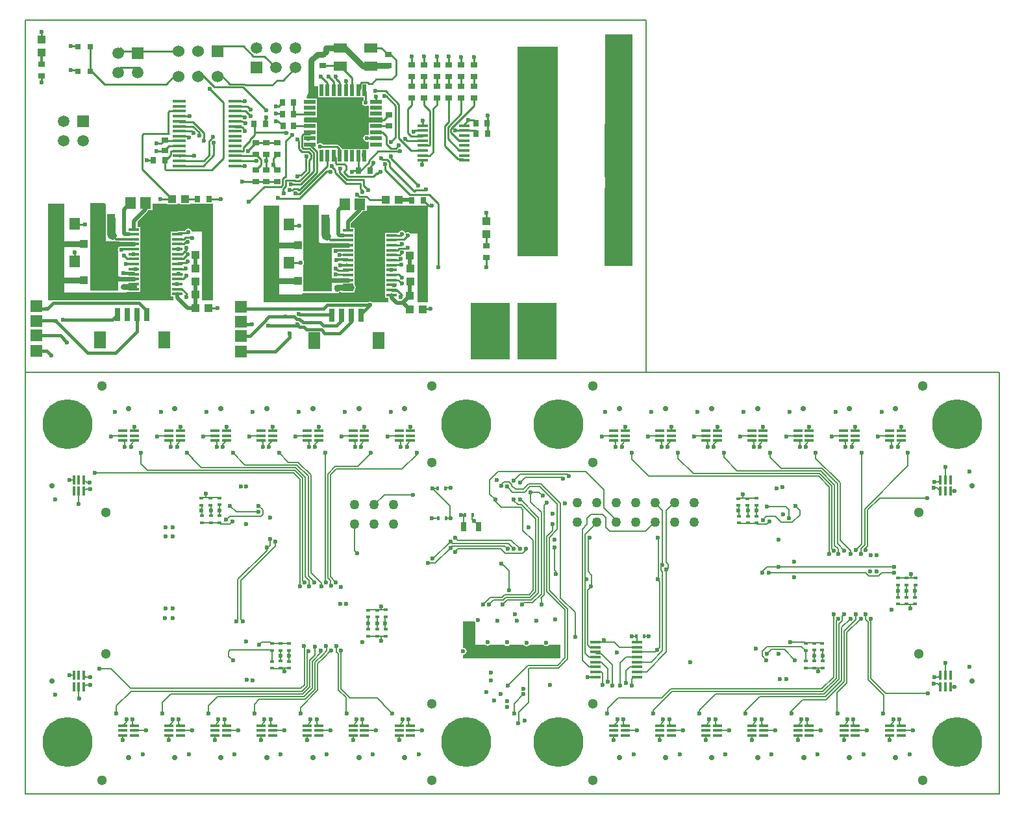
<source format=gtl>
G04*
G04 #@! TF.GenerationSoftware,Altium Limited,Altium Designer,18.1.11 (251)*
G04*
G04 Layer_Physical_Order=1*
G04 Layer_Color=255*
%FSLAX44Y44*%
%MOMM*%
G71*
G01*
G75*
%ADD10R,0.9000X0.8000*%
%ADD11R,1.6000X2.2000*%
%ADD12R,0.7000X1.8000*%
%ADD13R,0.5500X1.5000*%
%ADD14R,1.5000X0.5500*%
%ADD15R,1.5240X1.5240*%
%ADD16R,0.9000X0.7000*%
%ADD17R,1.5000X7.0000*%
%ADD18R,1.4000X0.3500*%
%ADD19R,0.7000X0.9000*%
%ADD20R,1.1000X1.0000*%
%ADD21R,1.4000X1.5000*%
%ADD22R,1.0000X1.1000*%
%ADD23R,2.9972X5.5118*%
%ADD24R,1.4224X0.3556*%
%ADD25R,0.8000X0.9000*%
%ADD26R,0.7500X0.7000*%
%ADD27R,1.8000X1.2000*%
%ADD28R,1.6510X0.4318*%
%ADD29C,0.1524*%
%ADD30C,0.4000*%
%ADD31C,0.5080*%
%ADD32C,0.8000*%
%ADD33C,0.3000*%
%ADD34C,0.2540*%
%ADD35C,0.7620*%
%ADD36C,0.6000*%
%ADD37C,0.2000*%
%ADD38C,0.5000*%
%ADD39C,1.1000*%
%ADD40R,0.4500X0.6000*%
%ADD41R,1.4000X0.3500*%
%ADD42R,0.6000X0.4000*%
%ADD43R,0.8000X1.3000*%
%ADD44R,0.3500X1.2000*%
%ADD45R,1.2000X0.3500*%
%ADD46R,1.5000X1.5000*%
%ADD47C,1.5000*%
%ADD48C,1.5240*%
%ADD49R,1.5240X1.5240*%
%ADD50C,1.9500*%
%ADD51C,0.6000*%
%ADD52C,0.7000*%
%ADD53C,1.2700*%
%ADD54C,1.3000*%
%ADD55C,6.5000*%
G36*
X582061Y1120382D02*
X581722Y1118680D01*
X582061Y1116977D01*
Y1109656D01*
X641251D01*
Y1105641D01*
X640838Y1105366D01*
X639838Y1103869D01*
X639487Y1102104D01*
X639838Y1100339D01*
X640838Y1098842D01*
X642335Y1097842D01*
X644100Y1097491D01*
X645865Y1097842D01*
X647041Y1098628D01*
X648117Y1098223D01*
X648311Y1098065D01*
Y1091406D01*
Y1083406D01*
X665740D01*
Y1075954D01*
X659037D01*
X657335Y1076292D01*
X655632Y1075954D01*
X648311D01*
Y1067406D01*
Y1060643D01*
X647077Y1059942D01*
X647041Y1059948D01*
X645310Y1060292D01*
X643545Y1059941D01*
X642048Y1058941D01*
X641049Y1057445D01*
X640697Y1055680D01*
X641049Y1053914D01*
X642048Y1052418D01*
X643545Y1051418D01*
X645310Y1051067D01*
X647041Y1051411D01*
X647077Y1051417D01*
X648311Y1050716D01*
Y1043406D01*
X648311Y1043406D01*
X648311D01*
X647460Y1042551D01*
X646609Y1041704D01*
X613113D01*
X612967Y1042440D01*
X612349Y1043364D01*
X608729Y1046984D01*
X607805Y1047602D01*
X606715Y1047819D01*
X606715Y1047819D01*
X587887D01*
X587612Y1048232D01*
X586115Y1049231D01*
X584350Y1049583D01*
X582585Y1049231D01*
X581629Y1048593D01*
X580359Y1049251D01*
Y1059406D01*
Y1067406D01*
Y1075954D01*
X564140D01*
Y1083406D01*
X580359D01*
Y1091406D01*
Y1099406D01*
Y1107954D01*
X568086D01*
X567880Y1107995D01*
X567834Y1108008D01*
X567128Y1108621D01*
X566884Y1108969D01*
X570032Y1117580D01*
X575921Y1123469D01*
X582061D01*
Y1120382D01*
D02*
G37*
G36*
X444650Y844310D02*
X430680D01*
X430680Y934146D01*
X417326D01*
X417161Y934975D01*
X416162Y936472D01*
X414665Y937471D01*
X412900Y937823D01*
X411135Y937471D01*
X409638Y936472D01*
X408800Y935217D01*
X399946D01*
X399946Y935217D01*
X398856Y935000D01*
X397932Y934383D01*
X397695Y934146D01*
X392116D01*
Y934146D01*
X391865Y933892D01*
X389532D01*
Y927288D01*
Y920684D01*
Y914334D01*
Y907730D01*
Y901126D01*
Y894776D01*
Y888172D01*
Y881822D01*
Y875218D01*
Y868614D01*
Y862264D01*
Y855660D01*
Y849310D01*
X393150D01*
X393200Y845213D01*
X392308Y844310D01*
X387500Y844310D01*
Y844310D01*
X351940Y844310D01*
Y844310D01*
X230020Y844310D01*
X230020Y970040D01*
X250975Y970040D01*
X250975Y854136D01*
X285020Y854136D01*
X285020Y854136D01*
X286201Y854136D01*
X332636D01*
Y854390D01*
X332636Y855660D01*
X349908D01*
Y862264D01*
Y868614D01*
Y875218D01*
Y881822D01*
Y888172D01*
Y894776D01*
Y901126D01*
Y907730D01*
Y914334D01*
Y920684D01*
Y927288D01*
Y933638D01*
Y940242D01*
X346860D01*
X346860Y947394D01*
X359761Y960295D01*
X360651Y961626D01*
X360716Y961952D01*
X365771D01*
Y970040D01*
X384422D01*
Y969866D01*
X398470D01*
Y970040D01*
X401422D01*
Y969866D01*
X415470D01*
Y970040D01*
X419426D01*
Y970032D01*
X429474D01*
Y970040D01*
X444650D01*
X444650Y844310D01*
D02*
G37*
G36*
X894570Y1101380D02*
X894230D01*
X894230Y1006870D01*
X894770D01*
X894770Y901480D01*
X842160Y901480D01*
X842160Y1006870D01*
X842160D01*
X842160Y1107200D01*
X842160D01*
X842160Y1175020D01*
X894570Y1175020D01*
X894570Y1101380D01*
D02*
G37*
G36*
X992020Y1191020D02*
X992020Y1089420D01*
X992020D01*
X992020Y989090D01*
X992020D01*
X992020Y888760D01*
X955770Y888760D01*
X955770Y990360D01*
X956460D01*
X956460Y1090690D01*
X956460D01*
X956460Y1191020D01*
X992020Y1191020D01*
D02*
G37*
G36*
X304995Y969730D02*
X304995Y921446D01*
X317278Y921446D01*
X317740Y921138D01*
X318920Y920903D01*
X318920Y920903D01*
X322750D01*
Y914423D01*
X321735Y913493D01*
X321460D01*
Y912791D01*
X321008Y912115D01*
X320657Y910350D01*
X321008Y908585D01*
X321460Y907909D01*
X321460Y875726D01*
X322750D01*
Y868386D01*
X321460D01*
X321460Y856750D01*
X285250D01*
Y971000D01*
X303735D01*
X304995Y969730D01*
D02*
G37*
G36*
X583000Y919250D02*
X584395D01*
Y918906D01*
X599750Y918906D01*
Y856343D01*
X562250D01*
Y862852D01*
X562944D01*
Y875900D01*
X562250D01*
Y890302D01*
X563212Y891741D01*
X563563Y893506D01*
X563212Y895272D01*
X562250Y896711D01*
Y909722D01*
X562944D01*
Y922770D01*
X562250D01*
Y941551D01*
X562293Y941766D01*
X562250Y941981D01*
Y968750D01*
X583000D01*
Y919250D01*
D02*
G37*
G36*
X725400Y841810D02*
X711350D01*
X711350Y931606D01*
X702054D01*
X701816Y931963D01*
X700319Y932963D01*
X698554Y933314D01*
X696789Y932963D01*
X696431Y932723D01*
X694804Y933164D01*
X694292Y933932D01*
X692795Y934931D01*
X691030Y935283D01*
X689265Y934931D01*
X687768Y933932D01*
X687252Y933159D01*
X686204Y932622D01*
X668932D01*
Y926018D01*
Y919414D01*
Y913064D01*
Y906460D01*
Y899856D01*
Y893506D01*
Y886902D01*
Y880552D01*
Y873948D01*
Y867344D01*
Y860994D01*
Y854390D01*
Y848040D01*
X673425D01*
Y847612D01*
X673740Y846026D01*
X673831Y845890D01*
X673870Y842713D01*
X672977Y841810D01*
X651835Y841810D01*
X651219Y842222D01*
X649454Y842573D01*
X647689Y842222D01*
X647073Y841810D01*
X510770Y841810D01*
X510770Y967540D01*
X531010Y967540D01*
X531010Y851930D01*
X561245Y851930D01*
Y852796D01*
X561880Y853803D01*
X609496D01*
Y855126D01*
X609878Y855381D01*
X612036D01*
Y854390D01*
X629308D01*
Y856951D01*
X629343Y856974D01*
X630522Y858739D01*
X630936Y860820D01*
X630522Y862901D01*
X629343Y864666D01*
X629308Y864689D01*
Y873948D01*
Y880552D01*
Y886902D01*
Y893506D01*
Y899856D01*
Y906460D01*
Y913064D01*
Y919414D01*
Y926018D01*
Y932368D01*
Y938972D01*
X624775D01*
Y944639D01*
X639161Y959025D01*
X640051Y960356D01*
X640116Y960682D01*
X645171D01*
Y967540D01*
X725400Y967540D01*
X725400Y841810D01*
D02*
G37*
G36*
X892960Y766860D02*
X842160D01*
X842160Y840500D01*
X892960D01*
X892960Y766860D01*
D02*
G37*
G36*
X832000D02*
X781200D01*
X781200Y840500D01*
X832000D01*
X832000Y766860D01*
D02*
G37*
G36*
X786289Y424785D02*
X787000Y423720D01*
Y395000D01*
X799647D01*
X799988Y394488D01*
X801485Y393489D01*
X803250Y393137D01*
X805015Y393489D01*
X806512Y394488D01*
X806853Y395000D01*
X824980D01*
X825388Y394388D01*
X826885Y393388D01*
X828650Y393037D01*
X830415Y393388D01*
X831912Y394388D01*
X832320Y395000D01*
X849893D01*
X850737Y393738D01*
X852233Y392738D01*
X853998Y392387D01*
X855763Y392738D01*
X857260Y393738D01*
X858103Y395000D01*
X875646D01*
X876188Y394188D01*
X877685Y393189D01*
X879450Y392837D01*
X881215Y393189D01*
X882712Y394188D01*
X883254Y395000D01*
X898000D01*
Y377000D01*
X771000D01*
Y381387D01*
X772765Y381739D01*
X774262Y382738D01*
X775262Y384235D01*
X775613Y386000D01*
X775262Y387765D01*
X774262Y389262D01*
X772765Y390261D01*
X771000Y390613D01*
Y425000D01*
X786246D01*
X786289Y424785D01*
D02*
G37*
D10*
X674520Y1072260D02*
D03*
Y1086260D02*
D03*
X588160Y1165000D02*
D03*
Y1151000D02*
D03*
X673250D02*
D03*
Y1165000D02*
D03*
X382090Y1053788D02*
D03*
Y1039788D02*
D03*
D11*
X661090Y791498D02*
D03*
X576590D02*
D03*
X381690Y792768D02*
D03*
X297190D02*
D03*
D12*
X612590Y824498D02*
D03*
X600090D02*
D03*
X625090D02*
D03*
X637590D02*
D03*
X333190Y825768D02*
D03*
X320690D02*
D03*
X345690D02*
D03*
X358190D02*
D03*
D13*
X642335Y1032680D02*
D03*
X634335D02*
D03*
X626335D02*
D03*
X618335D02*
D03*
X610335D02*
D03*
X602335D02*
D03*
X594335D02*
D03*
X586335D02*
D03*
Y1118680D02*
D03*
X594335D02*
D03*
X602335D02*
D03*
X610335D02*
D03*
X618335D02*
D03*
X626335D02*
D03*
X634335D02*
D03*
X642335D02*
D03*
D14*
X571335Y1047680D02*
D03*
Y1055680D02*
D03*
Y1063680D02*
D03*
Y1071680D02*
D03*
Y1079680D02*
D03*
Y1087680D02*
D03*
Y1095680D02*
D03*
Y1103680D02*
D03*
X657335D02*
D03*
Y1095680D02*
D03*
Y1087680D02*
D03*
Y1079680D02*
D03*
Y1071680D02*
D03*
Y1063680D02*
D03*
Y1055680D02*
D03*
Y1047680D02*
D03*
D15*
X481480Y835420D02*
D03*
X214780Y836356D02*
D03*
X481480Y816370D02*
D03*
Y797320D02*
D03*
Y777000D02*
D03*
X214780Y777936D02*
D03*
Y798256D02*
D03*
Y817306D02*
D03*
D16*
X785010Y1136410D02*
D03*
Y1151410D02*
D03*
X768352Y1136409D02*
D03*
Y1151409D02*
D03*
X751990Y1136530D02*
D03*
Y1151530D02*
D03*
X785010Y1123470D02*
D03*
Y1108470D02*
D03*
X768352Y1123469D02*
D03*
Y1108469D02*
D03*
X751990Y1123470D02*
D03*
Y1108470D02*
D03*
X720240Y1136410D02*
D03*
Y1151410D02*
D03*
X736902Y1136409D02*
D03*
Y1151409D02*
D03*
X703730Y1151410D02*
D03*
Y1136410D02*
D03*
X720240Y1123470D02*
D03*
Y1108470D02*
D03*
X500530Y1034930D02*
D03*
Y1049930D02*
D03*
X500530Y1014370D02*
D03*
Y999370D02*
D03*
X514500Y1014059D02*
D03*
Y999059D02*
D03*
X528470Y1014370D02*
D03*
Y999370D02*
D03*
X703730Y1123470D02*
D03*
Y1108470D02*
D03*
X221130Y1152622D02*
D03*
Y1137622D02*
D03*
X736750Y1123470D02*
D03*
Y1108470D02*
D03*
X528470Y1034930D02*
D03*
Y1049930D02*
D03*
X514500Y1034930D02*
D03*
Y1049930D02*
D03*
X801444Y899977D02*
D03*
Y914977D02*
D03*
D17*
X886270Y1139040D02*
D03*
X964270D02*
D03*
X886270Y940920D02*
D03*
X964270D02*
D03*
X885000Y1039980D02*
D03*
X963000D02*
D03*
D18*
X772190Y1026787D02*
D03*
Y1033287D02*
D03*
Y1039788D02*
D03*
Y1046288D02*
D03*
Y1052787D02*
D03*
Y1059287D02*
D03*
Y1065788D02*
D03*
Y1072288D02*
D03*
X718190Y1026787D02*
D03*
Y1033287D02*
D03*
Y1039788D02*
D03*
Y1046288D02*
D03*
Y1052787D02*
D03*
Y1059287D02*
D03*
Y1065788D02*
D03*
Y1072288D02*
D03*
D19*
X634762Y1013175D02*
D03*
X649762D02*
D03*
X787670Y1061480D02*
D03*
X802670D02*
D03*
X703850Y974786D02*
D03*
X718850D02*
D03*
X424450Y976056D02*
D03*
X439450D02*
D03*
X513110Y1074180D02*
D03*
X498110D02*
D03*
X550082Y1102075D02*
D03*
X535082D02*
D03*
X367300Y1026787D02*
D03*
X382300D02*
D03*
D20*
X572920Y916246D02*
D03*
X555920D02*
D03*
X701580Y850326D02*
D03*
X718580D02*
D03*
X572920Y869376D02*
D03*
X555920D02*
D03*
X574580Y950656D02*
D03*
X591580D02*
D03*
X574580Y933946D02*
D03*
X591580D02*
D03*
X718190Y902396D02*
D03*
X701190D02*
D03*
X718580Y832546D02*
D03*
X701580D02*
D03*
X686872Y975120D02*
D03*
X669873D02*
D03*
X408446Y976390D02*
D03*
X391446D02*
D03*
X439180Y833816D02*
D03*
X422180D02*
D03*
X439180Y903220D02*
D03*
X422180D02*
D03*
X276520Y917516D02*
D03*
X293520D02*
D03*
X312180Y951926D02*
D03*
X295180D02*
D03*
X312180Y935216D02*
D03*
X295180D02*
D03*
X439180Y851509D02*
D03*
X422180D02*
D03*
X276520Y870646D02*
D03*
X293520D02*
D03*
D21*
X616647Y969706D02*
D03*
X636647D02*
D03*
X523550Y943036D02*
D03*
X543550D02*
D03*
X523550Y893506D02*
D03*
X543550D02*
D03*
X357247Y970976D02*
D03*
X337247D02*
D03*
X264150Y944306D02*
D03*
X244150D02*
D03*
X264150Y894776D02*
D03*
X244150D02*
D03*
D22*
X702460Y885750D02*
D03*
Y868750D02*
D03*
X422187Y885620D02*
D03*
Y868619D02*
D03*
X221130Y1167280D02*
D03*
Y1184280D02*
D03*
X801520Y947726D02*
D03*
Y930726D02*
D03*
D23*
X649120Y893506D02*
D03*
X369720Y894776D02*
D03*
D24*
X677568Y935670D02*
D03*
Y929320D02*
D03*
Y922716D02*
D03*
Y916366D02*
D03*
Y909762D02*
D03*
Y903158D02*
D03*
Y896808D02*
D03*
Y890204D02*
D03*
Y883854D02*
D03*
Y877250D02*
D03*
Y870646D02*
D03*
Y864296D02*
D03*
Y857692D02*
D03*
Y851342D02*
D03*
X620672D02*
D03*
Y857692D02*
D03*
Y864296D02*
D03*
Y870646D02*
D03*
Y877250D02*
D03*
Y883854D02*
D03*
Y890204D02*
D03*
Y896808D02*
D03*
Y903158D02*
D03*
Y909762D02*
D03*
Y916366D02*
D03*
Y922716D02*
D03*
Y929320D02*
D03*
Y935670D02*
D03*
X341272Y936940D02*
D03*
Y930590D02*
D03*
Y923986D02*
D03*
Y917636D02*
D03*
Y911032D02*
D03*
Y904428D02*
D03*
Y898078D02*
D03*
Y891474D02*
D03*
Y885124D02*
D03*
Y878520D02*
D03*
Y871916D02*
D03*
Y865566D02*
D03*
Y858962D02*
D03*
Y852612D02*
D03*
X398168D02*
D03*
Y858962D02*
D03*
Y865566D02*
D03*
Y871916D02*
D03*
Y878520D02*
D03*
Y885124D02*
D03*
Y891474D02*
D03*
Y898078D02*
D03*
Y904428D02*
D03*
Y911032D02*
D03*
Y917636D02*
D03*
Y923986D02*
D03*
Y930590D02*
D03*
Y936940D02*
D03*
D25*
X535582Y1086835D02*
D03*
X549582D02*
D03*
X550202Y1071680D02*
D03*
X536202D02*
D03*
X788170Y1075450D02*
D03*
X802170D02*
D03*
D26*
X268760Y1175270D02*
D03*
Y1143270D02*
D03*
X285260D02*
D03*
Y1175270D02*
D03*
D27*
X650832Y1173765D02*
D03*
X610832D02*
D03*
Y1149765D02*
D03*
X650832D02*
D03*
D28*
X473352Y1104095D02*
D03*
Y1097745D02*
D03*
Y1091141D02*
D03*
Y1084791D02*
D03*
Y1078187D02*
D03*
Y1071583D02*
D03*
Y1065233D02*
D03*
Y1058629D02*
D03*
Y1052279D02*
D03*
Y1045675D02*
D03*
Y1039071D02*
D03*
Y1032721D02*
D03*
Y1026117D02*
D03*
Y1019767D02*
D03*
X400708D02*
D03*
Y1026117D02*
D03*
Y1032721D02*
D03*
Y1039071D02*
D03*
Y1045675D02*
D03*
Y1052279D02*
D03*
Y1058629D02*
D03*
Y1065233D02*
D03*
Y1071583D02*
D03*
Y1078187D02*
D03*
Y1084791D02*
D03*
Y1091141D02*
D03*
Y1097745D02*
D03*
Y1104095D02*
D03*
D29*
X620342Y902952D02*
X620610Y903220D01*
X340520Y892054D02*
X340606Y892140D01*
X609929Y903220D02*
X620075D01*
X620342Y902952D01*
X325270Y910350D02*
Y911032D01*
X325270Y911032D01*
X604670Y908746D02*
Y909762D01*
X620610Y903220D02*
X620672Y903158D01*
X340352Y879440D02*
X341272Y878520D01*
X340606Y892140D02*
X341272Y891474D01*
D30*
X539970Y822720D02*
X550994D01*
X517736D02*
X539970D01*
X481480Y833250D02*
X588866D01*
X593576Y837960D01*
X649454D01*
X562435Y815331D02*
X584552D01*
X557893Y809807D02*
X563345D01*
X555140Y812560D02*
X557893Y809807D01*
X563345D02*
X567130Y806022D01*
X590942Y801130D02*
X610297D01*
X598820Y825768D02*
X600090Y824498D01*
X560351Y825768D02*
X598820D01*
X560081Y825498D02*
X560351Y825768D01*
X525930Y777000D02*
X544980Y796050D01*
X481480Y777000D02*
X525930D01*
X610297Y801130D02*
X625090Y815923D01*
X586050Y806022D02*
X590942Y801130D01*
X567130Y806022D02*
X586050D01*
X214780Y798256D02*
X245594D01*
X317650Y775730D02*
X345690Y803770D01*
X240295Y817005D02*
X281570Y775730D01*
X294790Y840500D02*
X348442D01*
X243990D02*
X294790D01*
X303670Y818910D02*
X313832D01*
X284630D02*
X303670D01*
X249070D02*
X284630D01*
X297320Y775730D02*
X317650D01*
X281570D02*
X297320D01*
X236370Y840500D02*
X243990D01*
X245594Y798256D02*
X254785Y789065D01*
X239660Y817640D02*
X240295Y817005D01*
X313832Y818910D02*
X320690Y825768D01*
X227814Y777936D02*
X233830Y771920D01*
X214780Y777936D02*
X227814D01*
X345690Y803770D02*
Y825768D01*
X215114Y817640D02*
X239660D01*
X214780Y817306D02*
X215114Y817640D01*
X228750Y832880D02*
X236370Y840500D01*
X358190Y825768D02*
Y830752D01*
X348442Y840500D02*
X358190Y830752D01*
X214780Y836356D02*
X218256Y832880D01*
X228750D01*
X637590Y826096D02*
X649454Y837960D01*
X612590Y817940D02*
Y824498D01*
X605686Y811036D02*
X612590Y817940D01*
X588848Y811036D02*
X605686D01*
X584552Y815331D02*
X588848Y811036D01*
X557793Y819974D02*
X562435Y815331D01*
X600090Y820855D02*
Y824498D01*
X556984Y826530D02*
X558016Y825498D01*
X553740Y819974D02*
X557793D01*
X550994Y822720D02*
X553740Y819974D01*
X556410Y826530D02*
X556984D01*
X517040Y811290D02*
X553870D01*
X555140Y812560D01*
X509976Y814960D02*
X517736Y822720D01*
X558016Y825498D02*
X560081D01*
X625090Y824498D02*
Y825768D01*
Y815923D02*
Y824498D01*
X544980Y796050D02*
Y801130D01*
X600090Y824498D02*
Y825768D01*
X509976Y814386D02*
Y814960D01*
X492910Y797320D02*
X509976Y814386D01*
X481480Y797320D02*
X492910D01*
X481480Y816370D02*
X485290Y812560D01*
X495450D01*
X637590Y824498D02*
Y826096D01*
X327810Y879440D02*
X340352D01*
D31*
X422014Y887954D02*
Y904141D01*
X701190Y885286D02*
Y902396D01*
X701580Y850326D02*
Y867870D01*
Y849950D02*
Y850326D01*
X693071Y841441D02*
X701580Y849950D01*
X693071Y841056D02*
Y841441D01*
Y841056D02*
X701580Y832546D01*
X422298Y847358D02*
Y869048D01*
X398168Y847612D02*
X411630Y834150D01*
X421847D01*
X422180Y833816D01*
X684124Y841056D02*
X693071D01*
X677568Y847612D02*
X684124Y841056D01*
X398168Y847612D02*
Y852612D01*
X422180Y847240D02*
X422298Y847358D01*
X422180Y847240D02*
Y851509D01*
Y833816D02*
Y847240D01*
X421552Y904603D02*
X422014Y904141D01*
X421552Y887492D02*
X422014Y887954D01*
X422180Y851509D02*
Y851596D01*
X421790Y869556D02*
X422298Y869048D01*
X677568Y847612D02*
Y851342D01*
X686872Y975120D02*
X703517D01*
X703850Y974786D01*
D32*
X328054Y862000D02*
X341272D01*
Y863026D01*
X327810Y861756D02*
X328054Y862000D01*
X522240Y916246D02*
X555920D01*
X522240Y869256D02*
X555920D01*
X242840Y870526D02*
X276520D01*
X580802Y1165000D02*
X588160D01*
X572920Y1157118D02*
X580802Y1165000D01*
X572920Y1116295D02*
Y1157118D01*
X573719Y1116295D02*
X578061Y1111954D01*
X572920Y1116295D02*
X573719D01*
X640845Y1149765D02*
X650832D01*
X616845Y1173765D02*
X640845Y1149765D01*
X610832Y1173765D02*
X616845D01*
X650832Y1149765D02*
X652067Y1151000D01*
X673250D01*
X591970Y1173765D02*
X610832D01*
X591970Y1168810D02*
Y1173765D01*
X588160Y1165000D02*
X591970Y1168810D01*
X242840Y917516D02*
X276520D01*
D33*
X604670Y909762D02*
X620672D01*
X572750Y869000D02*
X578000Y874250D01*
X588794Y876206D02*
X594250Y870750D01*
X578000Y876206D02*
X588794D01*
X578000Y874250D02*
Y876206D01*
X575250Y950500D02*
X575460Y950710D01*
Y963690D01*
X611020Y890030D02*
X618390D01*
X619144Y890784D01*
X325270Y911032D02*
X341272D01*
X331037Y892054D02*
X340520D01*
X593240Y927796D02*
X598320Y922716D01*
X620672D01*
X607941Y897196D02*
X620284D01*
X620672Y896808D01*
X221130Y1152622D02*
Y1167280D01*
X318920Y923986D02*
X341272D01*
X313840Y929066D02*
X318920Y923986D01*
D34*
X481480Y833250D02*
Y835420D01*
X214780Y792240D02*
X214921D01*
X701850Y982080D02*
X726554D01*
X655713Y1047510D02*
X659280D01*
X655713D02*
X656609Y1048406D01*
X657335Y1071680D02*
Y1072186D01*
X657409Y1072260D01*
X680822Y864296D02*
X681124Y863994D01*
X689760Y848120D02*
Y849452D01*
X690873Y865883D02*
X691666D01*
X684149Y857603D02*
X691030Y850722D01*
X689760Y849452D02*
X691030Y850722D01*
X400200Y878600D02*
X404566D01*
X410026Y893506D02*
X411630Y895110D01*
X406249Y898078D02*
X412115Y903944D01*
X410360Y909816D02*
Y912890D01*
X409693Y920510D02*
X411630D01*
X417266Y926304D02*
X417980Y925590D01*
X409230Y926304D02*
X417266D01*
X406912Y923986D02*
X409230Y926304D01*
X398168Y923986D02*
X406912D01*
X412058Y932368D02*
X412900Y933210D01*
X398168Y858962D02*
X404660D01*
X410934Y852688D01*
X406070Y871916D02*
X410360Y876206D01*
Y848120D02*
Y852114D01*
X398168Y871916D02*
X406070D01*
X410360Y852114D02*
X410934Y852688D01*
X400200Y893506D02*
X410026D01*
X409090Y885813D02*
X409779Y885124D01*
X398168Y898078D02*
X406249D01*
X406321Y906344D02*
X409715Y909738D01*
X406321Y905777D02*
Y906344D01*
X404972Y904428D02*
X406321Y905777D01*
X398168Y904428D02*
X404972D01*
X398168Y885124D02*
X409779D01*
X410281Y909738D02*
X410360Y909816D01*
X409715Y909738D02*
X410281D01*
X398168Y878520D02*
X404566D01*
Y878600D01*
X398168Y891474D02*
X400200Y893506D01*
X562677Y1061224D02*
X571335D01*
X399074Y911334D02*
X399685D01*
X406819Y917636D02*
X409693Y920510D01*
X398168Y917636D02*
X406819D01*
X566570Y1029823D02*
Y1032270D01*
X565808Y1029061D02*
X566570Y1029823D01*
X565808Y1013821D02*
Y1029061D01*
X559317Y1007330D02*
X565808Y1013821D01*
X556870Y1007330D02*
X559317D01*
X548862Y1001022D02*
X551524D01*
X548650Y1001234D02*
X548862Y1001022D01*
X543850Y1001234D02*
X548650D01*
X543638Y1001022D02*
X543850Y1001234D01*
X539828Y1001022D02*
X543638D01*
X551524D02*
X552740Y999806D01*
X569872Y1012138D02*
Y1027378D01*
X557540Y999806D02*
X569872Y1012138D01*
X576428Y1012947D02*
Y1036353D01*
X558921Y995440D02*
X576428Y1012947D01*
X580492Y1011263D02*
Y1038037D01*
X557373Y988144D02*
X580492Y1011263D01*
X555000Y989804D02*
X556660Y988144D01*
X550200Y989804D02*
X555000D01*
X548930Y988534D02*
X550200Y989804D01*
X553870Y982740D02*
X557716D01*
X552600Y984010D02*
X553870Y982740D01*
X594296Y1019320D02*
Y1032641D01*
X557716Y982740D02*
X594296Y1019320D01*
X593063Y1012340D02*
X597930D01*
X557669Y976946D02*
X593063Y1012340D01*
X530454Y976946D02*
X557669D01*
X529740Y977660D02*
X530454Y976946D01*
X556660Y988144D02*
X557373D01*
X545694Y988534D02*
X548930D01*
X726554Y982080D02*
X738481Y970153D01*
Y887490D02*
Y970153D01*
X718850Y974786D02*
X726136Y967500D01*
X730400D01*
X401159Y1032270D02*
X401610Y1032721D01*
X657409Y1072260D02*
X674520D01*
X649762Y1018514D02*
X653673Y1022424D01*
X660069Y1038620D02*
X688490D01*
X647879Y1026430D02*
X660069Y1038620D01*
X647879Y1024022D02*
Y1026430D01*
X653673Y1022424D02*
Y1024030D01*
X637031Y1013175D02*
X647879Y1024022D01*
X664360Y1029730D02*
X666186Y1027904D01*
X656609Y1048406D02*
X657335Y1047680D01*
X687426Y1055620D02*
Y1099948D01*
X683202Y1057250D02*
Y1098425D01*
X687426Y1055620D02*
X703259Y1039788D01*
X695835Y1055405D02*
X698453Y1052787D01*
X698650Y1062750D02*
Y1094298D01*
Y1062750D02*
X702781Y1058619D01*
X717522D01*
X677060Y1051108D02*
X683202Y1057250D01*
X717522Y1058619D02*
X718190Y1059287D01*
X667940Y1079680D02*
X674520Y1086260D01*
X657335Y1079680D02*
X667940D01*
X670617Y1111010D02*
X683202Y1098425D01*
X668170Y1111010D02*
X670617D01*
X529892Y1077990D02*
X536202Y1071680D01*
X527276Y1077990D02*
X529892D01*
X604597Y885813D02*
X604744D01*
X606592Y883964D01*
X426174Y1142760D02*
X446494Y1122440D01*
X425600Y1142760D02*
X426174D01*
X649684Y975120D02*
X669873D01*
X644804Y980000D02*
X649684Y975120D01*
X635017Y980000D02*
X644804D01*
X632444Y982574D02*
X635017Y980000D01*
X639673Y985985D02*
Y987710D01*
X626260Y1011950D02*
X627913Y1013603D01*
X634335D01*
X610106Y1015760D02*
X611020D01*
X616021Y1022386D02*
X618165Y1020242D01*
X605468Y1022386D02*
X616021D01*
X604791Y1023063D02*
X605468Y1022386D01*
X604791Y1023063D02*
Y1030224D01*
X641500Y993944D02*
X647197Y988247D01*
X661268Y1011950D02*
X663090D01*
X669440Y1014490D02*
Y1022110D01*
Y1014490D02*
X701850Y982080D01*
X675234Y1018856D02*
Y1024510D01*
X671840Y1027904D02*
X675234Y1024510D01*
X666186Y1027904D02*
X671840D01*
X677060Y1029730D02*
Y1032270D01*
X683617Y1042684D02*
X687220Y1046288D01*
X677290Y1042684D02*
X683617D01*
X671266Y1048708D02*
X677290Y1042684D01*
X600720Y1017744D02*
X604114Y1014350D01*
Y1011171D02*
Y1014350D01*
X597930Y1012340D02*
X598320Y1011950D01*
X604114Y1011171D02*
X618575Y996710D01*
X641500Y993944D02*
Y1001817D01*
X637436Y989947D02*
X639673Y987710D01*
X637436Y989947D02*
Y996710D01*
X600119Y1017744D02*
Y1019570D01*
Y1017744D02*
X600720D01*
X618575Y996710D02*
X637436D01*
X620899Y1005881D02*
X654419D01*
X616100Y1010680D02*
X620899Y1005881D01*
X616100Y1010680D02*
Y1012646D01*
X618165Y1014711D01*
Y1020242D01*
X800460Y1077160D02*
X802790Y1079490D01*
X802170Y1075450D02*
X802670Y1074950D01*
Y1061480D02*
Y1074950D01*
X340716Y898634D02*
X341272Y898078D01*
X332842Y898634D02*
X340716D01*
X329080Y902396D02*
X332842Y898634D01*
X610335Y1118680D02*
Y1128384D01*
X604670Y1134049D02*
X610335Y1128384D01*
X604670Y1134049D02*
Y1136530D01*
X618335Y1118680D02*
Y1130365D01*
X657335Y1103680D02*
Y1109740D01*
X644100Y1102104D02*
Y1116915D01*
X656740Y1117360D02*
X670014D01*
X687426Y1099948D01*
X657407Y1132600D02*
X677568D01*
X652073Y1127266D02*
X657407Y1132600D01*
X647950Y1127266D02*
X652073D01*
X646242Y1128974D02*
X647950Y1127266D01*
X638427Y1128974D02*
X646242D01*
X636791Y1127337D02*
X638427Y1128974D01*
X671266Y1048708D02*
Y1058384D01*
X665970Y1063680D02*
X671266Y1058384D01*
X657335Y1063680D02*
X665970D01*
X324000Y1147840D02*
X349400D01*
X675234Y1018856D02*
X707540Y986550D01*
X677060Y1029730D02*
X712620Y994170D01*
X645310Y1055680D02*
X657335D01*
X709366Y988376D02*
X722066D01*
X707540Y986550D02*
X709366Y988376D01*
X722066D02*
X722780Y989090D01*
X677918Y890554D02*
X690229D01*
X687138Y877812D02*
X691230Y873720D01*
X602335Y1032680D02*
X604791Y1030224D01*
X609834Y1016032D02*
X610106Y1015760D01*
X609834Y1011199D02*
Y1016032D01*
X571335Y1047194D02*
X580492Y1038037D01*
X570646Y1042136D02*
X576428Y1036353D01*
X560994Y1038072D02*
X568962D01*
X572364Y1034670D01*
Y1029870D02*
Y1034670D01*
X569872Y1027378D02*
X572364Y1029870D01*
X600090Y1019570D02*
X600119D01*
X609834Y1011199D02*
X619216Y1001817D01*
X641500D01*
X658728Y1009410D02*
X661268Y1011950D01*
X594296Y1032641D02*
X594335Y1032680D01*
X584350Y1044970D02*
X606715D01*
X801444Y958610D02*
X801520Y958533D01*
Y947726D02*
Y958533D01*
X792296Y829460D02*
X793726Y830890D01*
X801444Y887567D02*
X801520Y887490D01*
X801444Y887567D02*
Y899977D01*
Y914977D02*
X801520Y915053D01*
Y930726D01*
X595780Y1136530D02*
X602335Y1129975D01*
Y1118680D02*
Y1129975D01*
X678130Y877812D02*
X687138D01*
X658338Y1009800D02*
X658728Y1009410D01*
X654419Y1005881D02*
X658338Y1009800D01*
X585620Y1136530D02*
X594335Y1127815D01*
Y1118680D02*
Y1127815D01*
X571335Y1061224D02*
Y1063680D01*
X561041Y1059587D02*
X562677Y1061224D01*
X561041Y1051772D02*
X561133Y1051680D01*
X561041Y1051587D02*
X561133Y1051680D01*
X561041Y1043772D02*
Y1051587D01*
Y1051772D02*
Y1059587D01*
Y1043772D02*
X562677Y1042136D01*
X555140Y1053860D02*
X556977Y1052023D01*
Y1042089D02*
Y1052023D01*
X548234Y1060350D02*
Y1060575D01*
X540710Y1062656D02*
X541158D01*
X541846Y1063344D01*
X540040Y1052156D02*
X548234Y1060350D01*
X473352Y1038620D02*
X484576D01*
X555140Y1005600D02*
X556870Y1007330D01*
X546250Y995440D02*
X558921D01*
X552740Y999806D02*
X557540D01*
X562677Y1042136D02*
X570646D01*
X556977Y1042089D02*
X560994Y1038072D01*
X550202Y1071680D02*
X571335D01*
X540040Y1005298D02*
Y1052156D01*
X571335Y1047194D02*
Y1047680D01*
X538357Y1005298D02*
X540040D01*
X535764Y1002705D02*
X538357Y1005298D01*
X535764Y994713D02*
Y1002705D01*
X533816Y992765D02*
X535764Y994713D01*
X511825Y992765D02*
X533816D01*
X491640Y972580D02*
X511825Y992765D01*
X536646Y984724D02*
X537360Y984010D01*
X544980Y987820D02*
X545694Y988534D01*
X523390Y1029850D02*
X528470Y1034930D01*
X523390Y1020840D02*
Y1029850D01*
X498729Y1063344D02*
X541846D01*
X567840Y1103390D02*
X568130Y1103680D01*
X571335D01*
X657335Y1063680D02*
X658264Y1062750D01*
X536646Y989847D02*
X539828Y993029D01*
Y1001022D01*
X536646Y984724D02*
Y989847D01*
X550202Y1071680D02*
X550202Y1071680D01*
X607537Y883964D02*
X608156Y883346D01*
X606592Y883964D02*
X607537D01*
X264150Y894776D02*
X264310Y894936D01*
Y907276D01*
X264150Y944306D02*
X265030Y943426D01*
X278280D01*
X473352Y1078187D02*
X482957D01*
X486131Y1075013D01*
X486997D01*
X482764Y1070186D02*
X484401Y1068549D01*
Y1067392D02*
Y1068549D01*
X487379Y1091141D02*
X494180Y1084340D01*
X474749Y1070186D02*
X482764D01*
X473352Y1084791D02*
X484547D01*
X486560Y1082778D01*
X484401Y1067392D02*
X486560Y1065233D01*
X473352Y1071583D02*
X474749Y1070186D01*
X458239Y1029349D02*
Y1102501D01*
X523390Y1019450D02*
Y1020840D01*
X514500Y1025920D02*
X514500D01*
Y1014059D02*
Y1025920D01*
X507594Y1021434D02*
Y1028320D01*
X473549Y1025920D02*
X501800D01*
X500984Y1034930D02*
X507594Y1028320D01*
X677568Y864296D02*
X680822D01*
X678282Y856978D02*
X683524D01*
X677568Y857692D02*
X678282Y856978D01*
X684149Y857603D02*
X684149D01*
X683524Y856978D02*
X684149Y857603D01*
X677568Y870646D02*
X686110D01*
X389659Y1039071D02*
X400708D01*
X389659Y1033540D02*
Y1039071D01*
X382906Y1026787D02*
X389659Y1033540D01*
X382300Y1026787D02*
X382906D01*
X585620Y1119394D02*
X586335Y1118680D01*
X446494Y1122440D02*
X484020D01*
X440840Y1119900D02*
X458239Y1102501D01*
X442949Y1014059D02*
X458239Y1029349D01*
X445920Y1033540D02*
Y1050050D01*
X440126Y1033522D02*
Y1052450D01*
X433220Y1052590D02*
Y1062721D01*
X426870Y1058940D02*
Y1063324D01*
X440126Y1052450D02*
X444650Y1056974D01*
X514500Y1080524D02*
Y1083070D01*
X527200Y1088150D02*
X531897D01*
X527417Y1097040D02*
X530047D01*
X383690Y1014059D02*
X442949D01*
X382300Y1015449D02*
X383690Y1014059D01*
X382300Y1015449D02*
Y1026787D01*
X400708Y1084791D02*
X401159Y1084340D01*
X414170D01*
X398470Y910730D02*
X399074Y911334D01*
X398168Y911032D02*
X398470Y910730D01*
X376070Y976390D02*
X391446D01*
X352899Y1014937D02*
X391446Y976390D01*
X352899Y1014937D02*
Y1059899D01*
X354555Y1061555D01*
X387500D01*
X386230Y1062825D02*
X387500Y1061555D01*
X386230Y1062825D02*
Y1089420D01*
X370990Y1038984D02*
X380244D01*
X386230Y1089420D02*
X387951Y1091141D01*
X400708D01*
X531897Y1088150D02*
X533082Y1089335D01*
X380244Y1038984D02*
X386935Y1045675D01*
X259230Y1176540D02*
X268760D01*
X581629Y1106330D02*
X582265Y1105694D01*
X634335Y1118680D02*
X636791Y1121136D01*
Y1127337D01*
X677568Y1132600D02*
X683410Y1138442D01*
Y1158000D01*
X676410Y1165000D02*
X683410Y1158000D01*
X673250Y1165000D02*
X676410D01*
X604767Y1151000D02*
X606002Y1149765D01*
X588160Y1151000D02*
X604767D01*
X650832Y1173765D02*
X664485D01*
X673250Y1165000D01*
X473352Y1032721D02*
X498321D01*
X490370Y1038620D02*
Y1039890D01*
X473549Y1019570D02*
X486560D01*
X490370Y1039890D02*
X500410Y1049930D01*
X484576Y1038620D02*
Y1043700D01*
X511960Y1077984D02*
X514437Y1075507D01*
X513110Y1074180D02*
X514437Y1075507D01*
X484020Y1122440D02*
X514500Y1091960D01*
X522245Y1124980D02*
X528778Y1131514D01*
X487227Y1124980D02*
X522245D01*
X528778Y1131514D02*
X536026D01*
X432721Y1026117D02*
X440126Y1033522D01*
X432147Y1019767D02*
X445920Y1033540D01*
X411744Y1058629D02*
X413973Y1056400D01*
X416767Y1065233D02*
X419250Y1062750D01*
X444650Y1056974D02*
Y1057670D01*
X401610Y1032721D02*
X420520D01*
X677568Y877250D02*
X678130Y877812D01*
X482750Y999059D02*
X483061Y999370D01*
X500530D01*
X528159Y999059D02*
X528470Y999370D01*
X514500Y999059D02*
X528159D01*
X514189Y999370D02*
X514500Y999059D01*
X500530Y999370D02*
X514189D01*
X500530Y1034930D02*
X500984D01*
X649762Y1013175D02*
Y1018514D01*
X393850Y1169430D02*
X400200Y1175780D01*
X327810Y1169430D02*
X393850D01*
X324000Y1173240D02*
X327810Y1169430D01*
X451000Y1142760D02*
X467256Y1126504D01*
X536026Y1131514D02*
X552352Y1147840D01*
X485703Y1126504D02*
X487227Y1124980D01*
X467256Y1126504D02*
X485703D01*
X383690Y1126250D02*
X400200Y1142760D01*
X285260Y1144540D02*
X303550Y1126250D01*
X285260Y1175270D02*
Y1176540D01*
Y1144540D02*
Y1175270D01*
X303550Y1126250D02*
X383690D01*
X605138Y878170D02*
X619752D01*
X620672Y877250D01*
X677568Y929320D02*
X689680D01*
X691030Y930670D01*
X677568Y922716D02*
X678790Y923938D01*
X693791D01*
X698554Y928701D01*
X677568Y916366D02*
X686219D01*
X686267Y916414D01*
X689474D01*
X691204Y918144D01*
X677568Y909762D02*
X685362D01*
X687950Y912350D01*
X698110D01*
X698650Y912890D01*
X677568Y903158D02*
X678282Y903872D01*
X688362D01*
X691030Y906540D01*
X677568Y896808D02*
X688490D01*
X689760Y898078D01*
X677568Y890204D02*
X677918Y890554D01*
X686110Y870646D02*
X690873Y865883D01*
X718580Y832546D02*
X718914Y832880D01*
X728796D01*
X543550Y893506D02*
X558950D01*
X620164Y883346D02*
X620672Y883854D01*
X608156Y883346D02*
X620164D01*
X543550Y943036D02*
X544820Y941766D01*
X557680D01*
X439180Y833816D02*
X439194Y833831D01*
X450986D01*
X424117Y976390D02*
X424450Y976056D01*
X408446Y976390D02*
X424117D01*
X484576Y1043700D02*
X488942Y1048066D01*
X492354Y1051478D02*
X493236Y1052360D01*
X492354Y1051460D02*
Y1051478D01*
X488960Y1048066D02*
X492354Y1051460D01*
X488942Y1048066D02*
X488960D01*
X493236Y1052360D02*
Y1054587D01*
X523390Y1019450D02*
X528470Y1014370D01*
X259230Y1144605D02*
X268695D01*
X268760Y1144540D01*
X401619Y1077276D02*
X418665D01*
X400708Y1078187D02*
X401619Y1077276D01*
X418665D02*
X433220Y1062721D01*
X418611Y1071583D02*
X426870Y1063324D01*
X400708Y1065233D02*
X416767D01*
X400708Y1058629D02*
X411744D01*
X400708Y1071583D02*
X418611D01*
X400708Y1026117D02*
X432721D01*
X473352Y1091141D02*
X487379D01*
X370990Y1048780D02*
X377083D01*
X382090Y1053788D01*
X399946Y932368D02*
X412058D01*
X398168Y930590D02*
X399946Y932368D01*
X473352Y1104095D02*
X486560D01*
X511960Y1077984D02*
X514500Y1080524D01*
X473352Y1097745D02*
X489665D01*
X494180Y1093230D01*
X498729Y1060080D02*
Y1063344D01*
X493236Y1054587D02*
X498729Y1060080D01*
Y1063344D02*
Y1073561D01*
X498110Y1074180D02*
X498729Y1073561D01*
X535082Y1102075D02*
X535582Y1102575D01*
X530047Y1097040D02*
X535082Y1102075D01*
X500410Y1049930D02*
X500530D01*
X500530Y1014370D02*
X507594Y1021434D01*
X358693Y1026787D02*
X367300D01*
X383599Y1052279D02*
X400708D01*
X382090Y1053788D02*
X383599Y1052279D01*
X380244Y1038984D02*
X381286D01*
X386935Y1045675D02*
X400708D01*
X381286Y1038984D02*
X382090Y1039788D01*
X703259D02*
X718190D01*
X698453Y1052787D02*
X718190D01*
X533082Y1089335D02*
X535582Y1086835D01*
X642335Y1118680D02*
X644100Y1116915D01*
X606715Y1044970D02*
X610335Y1041350D01*
X571335Y1079680D02*
X587310D01*
X400708Y1019767D02*
X432147D01*
X649762Y1013175D02*
X650390Y1012547D01*
X698650Y1094298D02*
X703730Y1099378D01*
X732048Y1037728D02*
Y1094676D01*
X727607Y1033287D02*
X732048Y1037728D01*
X718190Y1033287D02*
X727607D01*
X751990Y1077387D02*
Y1108470D01*
X746958Y1072355D02*
X751990Y1077387D01*
X746958Y1045818D02*
Y1072355D01*
Y1045818D02*
X764033Y1028743D01*
X770234D01*
X772190Y1026787D01*
X765686Y1052787D02*
X772190D01*
X755086Y1063388D02*
X765686Y1052787D01*
X765989Y1039788D02*
X772190D01*
X751022Y1054754D02*
X765989Y1039788D01*
X768352Y1088002D02*
Y1108469D01*
X751022Y1070672D02*
X768352Y1088002D01*
X751022Y1054754D02*
Y1070672D01*
X755086Y1063388D02*
Y1068187D01*
X785010Y1098111D01*
X760880Y1065788D02*
X772190D01*
Y1074060D02*
X777390Y1079260D01*
X772190Y1072288D02*
Y1074060D01*
X777390Y1079260D02*
X784360D01*
X717700Y1020840D02*
Y1026297D01*
X718190Y1026787D01*
X732048Y1094676D02*
X736750Y1099378D01*
X720240Y1099229D02*
X727860Y1091609D01*
Y1075443D02*
Y1091609D01*
Y1075443D02*
X727984Y1075319D01*
Y1047634D02*
Y1075319D01*
X726637Y1046288D02*
X727984Y1047634D01*
X718190Y1046288D02*
X726637D01*
X772190Y1065788D02*
X787670D01*
Y1061480D02*
Y1065788D01*
X718190Y1072288D02*
Y1078600D01*
X802790Y1079490D02*
Y1085610D01*
X800460Y1077160D02*
X802170Y1075450D01*
X784360Y1079260D02*
X788170Y1075450D01*
X708037Y1065788D02*
X718190D01*
X634762Y1013175D02*
X637031D01*
X500530Y1049930D02*
X514500D01*
X528470D01*
X610335Y1032680D02*
Y1041350D01*
X400708Y1032721D02*
X401159Y1032270D01*
X498321Y1032721D02*
X500530Y1034930D01*
X514500Y1014059D02*
X514500Y1014059D01*
X473352Y1026117D02*
X473549Y1025920D01*
X549582Y1086835D02*
X570490D01*
X451000Y1175780D02*
X484454D01*
X497289Y1162946D01*
X511846D01*
X526952Y1147840D01*
X703730Y1099378D02*
Y1108470D01*
X221130Y1184280D02*
Y1194830D01*
Y1128790D02*
Y1137622D01*
X514500Y1026117D02*
Y1034930D01*
X528470Y1014370D02*
X528470Y1014370D01*
X634335Y1013603D02*
X634762Y1013175D01*
X634335Y1013603D02*
Y1032680D01*
X606002Y1149765D02*
X610832D01*
X626335Y1118680D02*
Y1134263D01*
X610832Y1149765D02*
X626335Y1134263D01*
X550082Y1088024D02*
X550427Y1087680D01*
X570490Y1086835D02*
X571335Y1087680D01*
X550082Y1088024D02*
Y1102075D01*
X720240Y1151410D02*
Y1162729D01*
X785010Y1098111D02*
Y1108470D01*
X720240Y1099229D02*
Y1108470D01*
X736750Y1099378D02*
Y1108470D01*
X703730Y1136410D02*
X703730Y1136410D01*
Y1123470D02*
Y1136410D01*
X720240Y1123470D02*
X720240Y1123470D01*
X720240Y1123470D02*
Y1136410D01*
X736750Y1136258D02*
X736902Y1136409D01*
X736750Y1123470D02*
Y1136258D01*
X751990Y1123470D02*
X751990Y1123470D01*
X751990Y1123470D02*
Y1136530D01*
X768352Y1136409D02*
X768352Y1136409D01*
Y1123469D02*
Y1136409D01*
X785010Y1123470D02*
X785010Y1123470D01*
X785010Y1123470D02*
Y1136410D01*
X703730Y1151410D02*
Y1162729D01*
X736902Y1151409D02*
Y1162729D01*
X751990Y1151530D02*
Y1162729D01*
X768352Y1151409D02*
Y1161459D01*
X785010Y1151410D02*
Y1161459D01*
X439450Y976056D02*
X454810D01*
D35*
X606202Y860820D02*
X625498D01*
X606202Y859341D02*
Y860820D01*
D36*
X313840Y917874D02*
X328387D01*
X302258D02*
X313840D01*
X302020Y917636D02*
X302258Y917874D01*
X328624Y917636D02*
X341272D01*
X328387Y917874D02*
X328624Y917636D01*
X581420Y916366D02*
X620672D01*
X594335Y870646D02*
X620672D01*
X572920Y916246D02*
X573040Y916366D01*
X302020Y871916D02*
X341272D01*
X293520Y917516D02*
X293640Y917636D01*
D37*
X701580Y867870D02*
X702460Y868750D01*
X1351000Y628038D02*
Y645000D01*
X1295000Y572038D02*
X1351000Y628038D01*
X1291000Y526097D02*
Y645000D01*
X1282990Y518088D02*
X1291000Y526097D01*
X1327000Y276000D02*
X1327500Y275499D01*
Y270500D02*
Y271000D01*
Y275499D02*
Y276000D01*
Y271500D02*
Y275499D01*
Y271500D02*
X1328000Y271000D01*
X823158Y452816D02*
X826682Y456340D01*
X810915Y452816D02*
X823158D01*
X805057Y446958D02*
X810915Y452816D01*
X270000Y578000D02*
Y595000D01*
X1136000Y586028D02*
X1154246D01*
X1129997D02*
X1136000D01*
X1360722Y482093D02*
X1360976Y482347D01*
X1337976Y482093D02*
X1355099D01*
X1239738Y364000D02*
X1239986Y364248D01*
X1216747Y364000D02*
X1234000D01*
X436000Y586498D02*
X454251D01*
X430002D02*
X436000D01*
X670201Y440256D02*
X670455Y440510D01*
X647455Y440256D02*
X664578D01*
X521002Y363763D02*
X535288D01*
X1399987Y371000D02*
X1400000Y370987D01*
Y355000D02*
Y370987D01*
X772000Y564000D02*
X774000D01*
X768000D02*
X772000D01*
X772004Y563996D01*
X846000Y574000D02*
X849000Y571000D01*
Y544000D02*
Y571000D01*
Y544000D02*
X862428Y530572D01*
Y465428D02*
Y530572D01*
X831433Y606669D02*
Y606669D01*
X830933Y607169D02*
X831433Y606669D01*
X824169Y607169D02*
X830933D01*
X828644Y600355D02*
Y601645D01*
X834524Y602476D02*
Y603577D01*
X831433Y606669D02*
X834524Y603577D01*
Y602476D02*
X839476Y597524D01*
X820998Y603998D02*
X824169Y607169D01*
X828644Y600355D02*
X829000Y600000D01*
X835000Y594000D01*
X820998Y601999D02*
Y603998D01*
X873000Y447000D02*
Y455518D01*
X796998Y446999D02*
X806339Y456340D01*
X872735Y455784D02*
X873000Y455518D01*
X872735Y455784D02*
X876524Y459573D01*
X1008380Y406000D02*
X1013000D01*
X1007380Y405000D02*
X1008380Y406000D01*
X991000D02*
X996380D01*
X997468Y404912D01*
X983000Y360421D02*
X988239Y365660D01*
X983000Y345000D02*
Y360421D01*
X991000Y350165D02*
X993495Y352660D01*
X991000Y341000D02*
Y350165D01*
X976000Y341000D02*
Y370915D01*
X958982Y347183D02*
X959998Y346167D01*
Y345999D02*
Y346167D01*
Y345999D02*
Y363132D01*
X959000Y364130D02*
X959998Y363132D01*
X958982Y364147D02*
X959000Y364130D01*
X966000Y341000D02*
Y368447D01*
X951513Y382934D02*
X966000Y368447D01*
X945694Y382934D02*
X951513D01*
X943468Y385160D02*
X945694Y382934D01*
X958982Y364147D02*
X959000Y364165D01*
X953000Y342000D02*
Y357165D01*
X953000Y357165D01*
X837839Y317839D02*
X850000Y330000D01*
X837839Y305161D02*
Y317839D01*
X843363Y292363D02*
Y306363D01*
X856000Y319000D01*
X843000Y292000D02*
X843363Y292363D01*
X1389500Y344000D02*
X1393500Y340000D01*
X1385000Y344000D02*
X1389500D01*
X1388990Y599500D02*
X1393497Y594993D01*
X1385000Y599500D02*
X1388990D01*
X1399998Y609993D02*
Y626259D01*
X270000Y324234D02*
Y340000D01*
Y324234D02*
X270234Y324000D01*
X276500Y610000D02*
X280501Y605999D01*
X283999D01*
X278995Y597495D02*
X284491D01*
X1079000Y309000D02*
X1100046Y330045D01*
X1079000Y305000D02*
Y309000D01*
X1019000Y309000D02*
X1043569Y333569D01*
X1019000Y305000D02*
Y309000D01*
X959000Y305000D02*
X959501Y304500D01*
Y311580D01*
X972920Y325000D01*
X559000Y312484D02*
X581596Y335080D01*
X559000Y305003D02*
Y312484D01*
X498747Y305256D02*
X499000Y305003D01*
X498747Y305256D02*
Y317000D01*
X438747Y305256D02*
X439000Y305003D01*
X438747Y305256D02*
Y314747D01*
X379000Y319420D02*
X390152Y330572D01*
X379000Y305003D02*
Y319420D01*
X340005Y291498D02*
Y296993D01*
X319000Y305003D02*
Y315003D01*
X338093Y334096D01*
X972001Y293501D02*
Y297001D01*
X967501Y289000D02*
X972001Y293501D01*
X980006Y291495D02*
X982500Y289000D01*
X980006Y291495D02*
Y296991D01*
X997014Y282500D02*
X997757Y283243D01*
X982500Y282500D02*
X997014D01*
X967501Y270500D02*
Y276000D01*
X1032001Y293501D02*
Y297001D01*
X1027501Y289000D02*
X1032001Y293501D01*
X1040006Y291495D02*
X1042501Y289000D01*
X1040006Y291495D02*
Y296991D01*
X1057014Y282500D02*
X1057757Y283243D01*
X1042501Y282500D02*
X1057014D01*
X1027501Y270500D02*
Y276000D01*
X332001Y293504D02*
Y297004D01*
X327500Y289003D02*
X332001Y293504D01*
X340005Y291498D02*
X342500Y289003D01*
X357014Y282503D02*
X357757Y283246D01*
X342500Y282503D02*
X357014D01*
X327500Y270503D02*
Y276003D01*
X1092001Y293501D02*
Y297001D01*
X1087501Y289000D02*
X1092001Y293501D01*
X1100006Y291495D02*
X1102501Y289000D01*
X1100006Y291495D02*
Y296991D01*
X1117014Y282500D02*
X1117757Y283243D01*
X1102501Y282500D02*
X1117014D01*
X1087501Y270500D02*
Y276000D01*
X392001Y293504D02*
Y297004D01*
X387500Y289003D02*
X392001Y293504D01*
X400005Y291498D02*
X402500Y289003D01*
X400005Y291498D02*
Y296993D01*
X417014Y282503D02*
X417757Y283246D01*
X402500Y282503D02*
X417014D01*
X387500Y270503D02*
Y276003D01*
X1152001Y293501D02*
Y297001D01*
X1147501Y289000D02*
X1152001Y293501D01*
X1160006Y291495D02*
X1162501Y289000D01*
X1160006Y291495D02*
Y296991D01*
X1177014Y282500D02*
X1177757Y283243D01*
X1162501Y282500D02*
X1177014D01*
X1147501Y270500D02*
Y276000D01*
X452001Y293504D02*
Y297004D01*
X447500Y289003D02*
X452001Y293504D01*
X460005Y291498D02*
X462500Y289003D01*
X460005Y291498D02*
Y296993D01*
X477014Y282503D02*
X477757Y283246D01*
X462500Y282503D02*
X477014D01*
X447500Y270503D02*
Y276003D01*
X1212001Y293501D02*
Y297001D01*
X1207501Y289000D02*
X1212001Y293501D01*
X1220006Y291495D02*
X1222501Y289000D01*
X1220006Y291495D02*
Y296991D01*
X1237014Y282500D02*
X1237757Y283243D01*
X1222501Y282500D02*
X1237014D01*
X1207501Y270500D02*
Y276000D01*
X512001Y293504D02*
Y297004D01*
X507500Y289003D02*
X512001Y293504D01*
X520005Y291498D02*
X522500Y289003D01*
X520005Y291498D02*
Y296993D01*
X537014Y282503D02*
X537757Y283246D01*
X522500Y282503D02*
X537014D01*
X507500Y270503D02*
Y276003D01*
X1272001Y293501D02*
Y297001D01*
X1267501Y289000D02*
X1272001Y293501D01*
X1280006Y291495D02*
X1282500Y289000D01*
X1280006Y291495D02*
Y296991D01*
X1297014Y282500D02*
X1297757Y283243D01*
X1282500Y282500D02*
X1297014D01*
X1267501Y270500D02*
Y276000D01*
X572001Y293504D02*
Y297004D01*
X567500Y289003D02*
X572001Y293504D01*
X580005Y291498D02*
X582500Y289003D01*
X580005Y291498D02*
Y296993D01*
X597014Y282503D02*
X597757Y283246D01*
X582500Y282503D02*
X597014D01*
X567500Y270503D02*
Y276003D01*
X632001Y293504D02*
Y297004D01*
X627500Y289003D02*
X632001Y293504D01*
X640005Y291498D02*
X642500Y289003D01*
X640005Y291498D02*
Y296993D01*
X657013Y282503D02*
X657757Y283246D01*
X642500Y282503D02*
X657013D01*
X627500Y270503D02*
Y276003D01*
X692001Y293504D02*
Y297004D01*
X687500Y289003D02*
X692001Y293504D01*
X700005Y291498D02*
X702500Y289003D01*
X700005Y291498D02*
Y296993D01*
X717013Y282503D02*
X717757Y283246D01*
X702500Y282503D02*
X717013D01*
X667000Y317003D02*
X679000Y305003D01*
X687500Y270503D02*
Y276003D01*
X351000Y630550D02*
X359122Y622428D01*
X351000Y630550D02*
Y645000D01*
X486524Y629476D02*
X554170D01*
X633753Y627500D02*
X651253Y645000D01*
X689995Y653009D02*
Y658505D01*
X990920Y636908D02*
X1013400Y614428D01*
X990920Y636908D02*
Y644997D01*
X1050920Y638077D02*
X1071045Y617952D01*
X1050920Y638077D02*
Y644997D01*
X1110920Y639080D02*
X1128524Y621476D01*
X1110920Y639080D02*
Y644997D01*
X1170920Y639537D02*
Y644997D01*
Y639537D02*
X1185457Y625000D01*
X1230920Y637929D02*
Y644997D01*
X672987Y667500D02*
X687500D01*
X672243Y666757D02*
X672987Y667500D01*
X687500Y661000D02*
X689995Y658505D01*
X697999Y656499D02*
X702500Y661000D01*
X697999Y652999D02*
Y656499D01*
X702500Y674000D02*
Y679500D01*
X1312906Y667497D02*
X1327420D01*
X1312163Y666753D02*
X1312906Y667497D01*
X1329915Y653006D02*
Y658502D01*
X1327420Y660997D02*
X1329915Y658502D01*
X1337919Y656496D02*
X1342420Y660997D01*
X1337919Y652995D02*
Y656496D01*
X1342420Y673997D02*
Y679497D01*
X612986Y667500D02*
X627500D01*
X612243Y666757D02*
X612986Y667500D01*
X629995Y653009D02*
Y658505D01*
X627500Y661000D02*
X629995Y658505D01*
X637999Y656499D02*
X642500Y661000D01*
X637999Y652999D02*
Y656499D01*
X642500Y674000D02*
Y679500D01*
X1252906Y667497D02*
X1267420D01*
X1252163Y666753D02*
X1252906Y667497D01*
X1269915Y653006D02*
Y658502D01*
X1267420Y660997D02*
X1269915Y658502D01*
X1277919Y656496D02*
X1282420Y660997D01*
X1277919Y652995D02*
Y656496D01*
X1282420Y673997D02*
Y679497D01*
X552986Y667500D02*
X567500D01*
X552243Y666757D02*
X552986Y667500D01*
X569995Y653009D02*
Y658505D01*
X567500Y661000D02*
X569995Y658505D01*
X577999Y656499D02*
X582500Y661000D01*
X577999Y652999D02*
Y656499D01*
X582500Y674000D02*
Y679500D01*
X1192906Y667497D02*
X1207420D01*
X1192163Y666753D02*
X1192906Y667497D01*
X1209915Y653006D02*
Y658502D01*
X1207420Y660997D02*
X1209915Y658502D01*
X1217919Y656496D02*
X1222420Y660997D01*
X1217919Y652995D02*
Y656496D01*
X1222420Y673997D02*
Y679497D01*
X1132906Y667497D02*
X1147420D01*
X1132163Y666753D02*
X1132906Y667497D01*
X1149915Y653006D02*
Y658502D01*
X1147420Y660997D02*
X1149915Y658502D01*
X1157919Y656496D02*
X1162420Y660997D01*
X1157919Y652995D02*
Y656496D01*
X1162420Y673997D02*
Y679497D01*
X432986Y667500D02*
X447500D01*
X432243Y666757D02*
X432986Y667500D01*
X449995Y653009D02*
Y658505D01*
X447500Y661000D02*
X449995Y658505D01*
X457999Y656499D02*
X462500Y661000D01*
X457999Y652999D02*
Y656499D01*
X471000Y645000D02*
X486524Y629476D01*
X462500Y674000D02*
Y679500D01*
X1072906Y667497D02*
X1087420D01*
X1072163Y666753D02*
X1072906Y667497D01*
X1089915Y653006D02*
Y658502D01*
X1087420Y660997D02*
X1089915Y658502D01*
X1097919Y656496D02*
X1102420Y660997D01*
X1097919Y652995D02*
Y656496D01*
X1102420Y673997D02*
Y679497D01*
X372986Y667500D02*
X387500D01*
X372243Y666757D02*
X372986Y667500D01*
X389995Y653009D02*
Y658505D01*
X387500Y661000D02*
X389995Y658505D01*
X397999Y656499D02*
X402500Y661000D01*
X397999Y652999D02*
Y656499D01*
X411000Y645000D02*
X423000Y633000D01*
X402500Y674000D02*
Y679500D01*
X1342500Y282500D02*
X1357014D01*
X1357757Y283243D01*
X1340006Y291495D02*
Y296991D01*
Y291495D02*
X1342500Y289000D01*
X1327500D02*
X1332002Y293501D01*
Y297001D01*
X1012906Y667497D02*
X1027420D01*
X1012163Y666753D02*
X1012906Y667497D01*
X1029915Y653006D02*
Y658502D01*
X1027420Y660997D02*
X1029915Y658502D01*
X1037919Y656496D02*
X1042420Y660997D01*
X1037919Y652995D02*
Y656496D01*
X1042420Y673997D02*
Y679497D01*
X312987Y667500D02*
X327500D01*
X312243Y666757D02*
X312987Y667500D01*
X329995Y653009D02*
Y658505D01*
X327500Y661000D02*
X329995Y658505D01*
X337999Y656499D02*
X342500Y661000D01*
X337999Y652999D02*
Y656499D01*
X342500Y674000D02*
Y679500D01*
X952906Y667497D02*
X967420D01*
X952163Y666753D02*
X952906Y667497D01*
X969915Y653006D02*
Y658502D01*
X967420Y660997D02*
X969915Y658502D01*
X977919Y656496D02*
X982420Y660997D01*
X977919Y652995D02*
Y656496D01*
X982420Y673997D02*
Y679497D01*
X1406500Y340000D02*
X1412000D01*
X1385509Y352505D02*
X1391005D01*
X1393500Y355000D01*
X258000Y355000D02*
X263500D01*
X296778Y363753D02*
X297031Y363500D01*
X276500Y340000D02*
X278995Y342495D01*
X284491D01*
X276500Y355000D02*
X278987Y352513D01*
X284525D01*
X492243Y666757D02*
X492986Y667500D01*
X507500D01*
X517999Y656499D02*
X522500Y661000D01*
X517999Y652999D02*
Y656499D01*
X509995Y653009D02*
Y658505D01*
X1130499Y563028D02*
Y575026D01*
X1185524Y554476D02*
X1200441D01*
X1177994Y562006D02*
X1185524Y554476D01*
X1166471Y562006D02*
X1177994D01*
X1354521Y447347D02*
X1360477D01*
X1338230D02*
X1354521D01*
X1337976Y447093D02*
X1338230Y447347D01*
X1130499Y553028D02*
X1153746D01*
X1217246Y397000D02*
X1240494D01*
X754000Y559399D02*
Y575902D01*
X730902Y599000D02*
X738000D01*
X430504Y553498D02*
X453751D01*
X664000Y405510D02*
X669956D01*
X647710D02*
X664000D01*
X647456Y405256D02*
X647710Y405510D01*
X521501Y396763D02*
X544749D01*
X1234000Y364000D02*
X1239738D01*
X1234000Y360000D02*
Y364000D01*
X951005Y372160D02*
X959000Y364165D01*
X538411Y359999D02*
Y364011D01*
X544231D01*
X535536D02*
X538411D01*
X535288Y363763D02*
X535536Y364011D01*
X1021000Y580000D02*
X1031000Y570000D01*
X1299712Y484476D02*
X1312681D01*
X1295590Y488598D02*
X1299712Y484476D01*
X1170402Y488598D02*
X1295590D01*
X1312681Y484476D02*
X1316803Y488598D01*
X1333000D01*
X1183351Y496351D02*
X1333000D01*
X821750Y500250D02*
X831000Y491000D01*
X820957Y500250D02*
X821750D01*
X806339Y456340D02*
X821699D01*
X822142Y446816D02*
X828142Y452816D01*
X821699Y456340D02*
X825222Y459864D01*
X826682Y456340D02*
X858340D01*
X825222Y459864D02*
X856864D01*
X997468Y398160D02*
Y404912D01*
X856873Y364127D02*
X857222Y364476D01*
X856000Y363000D02*
X857000Y364000D01*
X856000Y319000D02*
Y363000D01*
X899000Y613000D02*
X901000Y611000D01*
X852000Y613000D02*
X899000D01*
X845000Y617000D02*
X907000D01*
X817000Y621000D02*
X931000D01*
X836957Y608957D02*
X845000Y617000D01*
X907000D02*
X909000Y615000D01*
X806000Y610000D02*
X817000Y621000D01*
X931000D02*
X955000Y597000D01*
X845000Y606000D02*
X852000Y613000D01*
X845000Y585000D02*
X869476Y560524D01*
X839476Y597524D02*
X849524D01*
X856524Y604524D01*
X872476D01*
X895211Y581789D01*
X955000Y398160D02*
X968190D01*
X943468D02*
X955000D01*
X858188Y601000D02*
X871000D01*
X851188Y594000D02*
X858188Y601000D01*
X871000D02*
X894000Y578000D01*
X835000Y594000D02*
X851188D01*
X870000D02*
X875000Y589000D01*
X859000Y594000D02*
X870000D01*
X1025476Y478524D02*
Y533524D01*
X932000Y480000D02*
X933000Y481000D01*
X926476Y374524D02*
Y545476D01*
Y374524D02*
X935340Y365660D01*
X926476Y545476D02*
X933000Y552000D01*
X938000Y470000D02*
Y471000D01*
X933524Y465524D02*
X938000Y470000D01*
X933524Y394476D02*
Y465524D01*
X1027476Y391476D02*
Y476524D01*
X1025476Y478524D02*
X1027476Y476524D01*
X1024000Y388000D02*
X1027476Y391476D01*
X1025000Y534000D02*
X1025476Y533524D01*
X938524Y471524D02*
Y485476D01*
X938000Y471000D02*
X938524Y471524D01*
X934000Y490000D02*
X938524Y485476D01*
X930000Y384000D02*
Y484000D01*
Y384000D02*
X935340Y378660D01*
X806000Y591000D02*
X813000Y584000D01*
X806000Y591000D02*
Y610000D01*
X955000Y573000D02*
Y597000D01*
Y573000D02*
X970730Y557270D01*
Y554297D02*
Y557270D01*
X1009000Y543000D02*
X1020000Y554000D01*
X962000Y543000D02*
X1009000D01*
X957000Y548000D02*
X962000Y543000D01*
X957000Y548000D02*
Y561000D01*
X953000Y565000D02*
X957000Y561000D01*
X938000Y565000D02*
X953000D01*
X933944Y394056D02*
X936340Y391660D01*
X933524Y394476D02*
X934000Y394000D01*
Y490000D02*
Y532000D01*
X936000Y534000D01*
X930000Y484000D02*
Y539000D01*
X705518Y590482D02*
Y590482D01*
X668000Y590482D02*
X705518D01*
X655215Y577697D02*
X668000Y590482D01*
X633000Y514000D02*
Y514000D01*
X629815Y517185D02*
X633000Y514000D01*
X629815Y517185D02*
Y552297D01*
X732008Y507000D02*
X754503Y529495D01*
X731000Y507000D02*
X732008D01*
X725000Y501000D02*
X734360D01*
X754431Y521072D01*
X897975Y577213D02*
Y579008D01*
Y576025D02*
Y577213D01*
X895211Y581773D02*
X897975Y579008D01*
Y577213D02*
X898000Y577188D01*
Y576050D02*
Y577188D01*
X897975Y576025D02*
X898000Y576050D01*
X897975Y456025D02*
Y576025D01*
X898000Y576000D01*
X895211Y581773D02*
Y581789D01*
X894000Y545000D02*
Y578000D01*
X887001Y551999D02*
X887500Y551500D01*
X887001Y551999D02*
X887998D01*
X880048Y536032D02*
X887500Y543483D01*
Y551500D01*
X880048Y463952D02*
Y536032D01*
X897975Y456025D02*
X917000Y437000D01*
X876524Y459573D02*
Y576524D01*
X873000Y461033D02*
Y567000D01*
X869476Y462492D02*
Y560524D01*
X847460Y577524D02*
X865952Y559032D01*
Y463968D02*
Y559032D01*
X883572Y534572D02*
X894000Y545000D01*
X883572Y465444D02*
Y534572D01*
X813000Y582000D02*
Y584000D01*
Y582000D02*
X821000Y574000D01*
X837000Y583000D02*
Y584000D01*
X845000D02*
Y585000D01*
X842476Y577524D02*
X847460D01*
X821000Y574000D02*
X846000D01*
X837000Y583000D02*
X842476Y577524D01*
X859000Y581000D02*
X873000Y567000D01*
X859000Y581000D02*
Y594000D01*
X892000Y487000D02*
Y490000D01*
X889923Y492077D02*
X892000Y490000D01*
X889923Y492077D02*
X890000Y492154D01*
Y522000D01*
X880048Y463952D02*
X904000Y440000D01*
X883572Y465444D02*
X907524Y441492D01*
Y376295D02*
Y441492D01*
X895705Y364476D02*
X907524Y376295D01*
X857222Y364476D02*
X895705D01*
X876524Y576524D02*
X880000Y580000D01*
X917000Y405000D02*
Y437000D01*
X955000Y398160D02*
Y401000D01*
X933340Y352660D02*
X943468D01*
X1035827Y492827D02*
X1036000Y493000D01*
X1031000Y499000D02*
Y570000D01*
X1030000Y499000D02*
X1031000D01*
X1036000Y501812D02*
Y570000D01*
Y501812D02*
X1038000Y499812D01*
X1036000Y385000D02*
Y493000D01*
X1038000Y495000D02*
Y499812D01*
X1029000Y491841D02*
Y498000D01*
Y491841D02*
X1031000Y489841D01*
Y387000D02*
Y489841D01*
X1029000Y498000D02*
X1030000Y499000D01*
X1036000Y493000D02*
X1038000Y495000D01*
X1170000Y489000D02*
X1170402Y488598D01*
X1167000Y496000D02*
X1182000D01*
X1161000Y490000D02*
X1167000Y496000D01*
X1161000Y489000D02*
Y490000D01*
X1196000Y560000D02*
Y571000D01*
X1200441Y554476D02*
X1209982Y564016D01*
X1192000Y575000D02*
X1196000Y571000D01*
X1167525Y575000D02*
X1192000D01*
X1167252Y575273D02*
X1167525Y575000D01*
X1036000Y570000D02*
X1046000Y580000D01*
X1016160Y372160D02*
X1031000Y387000D01*
X1010160Y359160D02*
X1036000Y385000D01*
X933000Y560000D02*
X938000Y565000D01*
X933000Y552000D02*
Y560000D01*
X930000Y539000D02*
X945000Y554000D01*
X936340Y391660D02*
X943468D01*
X859800Y452816D02*
X869476Y462492D01*
X828142Y452816D02*
X859800D01*
X935340Y365660D02*
X943468D01*
X935340Y378660D02*
X943468D01*
X997468Y359160D02*
X1010160D01*
X1021160Y385160D02*
X1024000Y388000D01*
X997468Y385160D02*
X1021160D01*
X997468Y372160D02*
X1016160D01*
X1007003Y405377D02*
X1007380Y405000D01*
X1166998Y382498D02*
X1173023Y388524D01*
X1189972D01*
X1203741Y374755D01*
X755279Y523251D02*
X825417D01*
X828957Y519711D01*
X518999Y524247D02*
Y532999D01*
X516228Y521476D02*
X518999Y524247D01*
X514836Y521476D02*
X516228D01*
X514836Y517571D02*
Y521476D01*
X477476Y480211D02*
X514836Y517571D01*
X477476Y427476D02*
Y480211D01*
X475000Y425000D02*
X477476Y427476D01*
X829760Y527000D02*
X836957Y519803D01*
X754503Y529495D02*
X756997Y527000D01*
X829760D01*
X525999Y523750D02*
Y528999D01*
X481000Y478751D02*
X525999Y523750D01*
X481000Y428000D02*
X484000Y425000D01*
X481000Y428000D02*
Y478751D01*
X1204498Y575526D02*
Y575530D01*
X1161995Y557530D02*
X1166471Y562006D01*
X1298524Y570578D02*
X1314225Y586279D01*
X1298524Y523637D02*
Y570578D01*
X1295845Y520958D02*
X1298524Y523637D01*
X1295845Y518088D02*
Y520958D01*
X1295000Y525096D02*
Y572038D01*
X1289521Y519617D02*
X1295000Y525096D01*
X1289521Y513333D02*
Y519617D01*
X1314225Y586279D02*
X1376000D01*
X1276490Y513067D02*
Y517510D01*
X1262616Y531385D02*
X1276490Y517510D01*
X1262616Y531385D02*
Y606233D01*
X1230920Y637929D02*
X1262616Y606233D01*
X1259091Y526516D02*
X1267770Y517837D01*
X1259091Y526516D02*
Y604774D01*
X1238865Y625000D02*
X1259091Y604774D01*
X1185457Y625000D02*
X1238865D01*
X1260519Y512836D02*
Y519649D01*
X1255567Y524601D02*
X1260519Y519649D01*
X1255567Y524601D02*
Y603314D01*
X1237406Y621476D02*
X1255567Y603314D01*
X1128524Y621476D02*
X1237406D01*
X1235946Y617952D02*
X1252044Y601854D01*
Y520312D02*
Y601854D01*
Y520312D02*
X1254520Y517836D01*
X1071045Y617952D02*
X1235946D01*
X1248520Y512836D02*
Y600395D01*
X1234486Y614428D02*
X1248520Y600395D01*
X1013400Y614428D02*
X1234486D01*
X1212196Y392048D02*
X1217494Y386750D01*
X1161011Y386011D02*
X1167047Y392048D01*
X1212196D01*
X1197272Y398022D02*
X1216224D01*
X1281521Y519557D02*
X1282990Y518088D01*
X1321737Y331247D02*
X1377000D01*
X1302490Y350493D02*
X1321737Y331247D01*
X1302490Y350493D02*
Y428642D01*
X1319172Y306322D02*
Y328828D01*
X1298966Y349034D02*
X1319172Y328828D01*
X1298966Y349034D02*
Y424354D01*
X1295990Y427330D02*
X1298966Y424354D01*
X1295990Y427330D02*
Y434807D01*
X1271590Y410742D02*
X1289490Y428642D01*
X1271590Y345122D02*
Y410742D01*
X1258500Y332032D02*
X1271590Y345122D01*
X1258500Y307000D02*
Y332032D01*
X1282990Y427313D02*
Y434837D01*
X1268066Y412389D02*
X1282990Y427313D01*
X1268066Y346582D02*
Y412389D01*
X1244482Y322997D02*
X1268066Y346582D01*
X1213995Y322997D02*
X1244482D01*
X1264542Y417120D02*
X1276259Y428838D01*
X1264542Y348041D02*
Y417120D01*
X1243022Y326521D02*
X1264542Y348041D01*
X1241562Y330045D02*
X1261018Y349501D01*
X1265440Y425928D02*
Y431757D01*
X1261018Y421506D02*
X1265440Y425928D01*
X1261018Y349501D02*
Y421506D01*
X1265440Y431757D02*
X1268021Y434337D01*
X1253970Y352420D02*
Y434753D01*
X1238643Y337093D02*
X1253970Y352420D01*
X1042110Y337093D02*
X1238643D01*
X1257494Y350961D02*
Y425794D01*
X1240102Y333569D02*
X1257494Y350961D01*
X1043569Y333569D02*
X1240102D01*
X1157521Y326521D02*
X1243022D01*
X1100046Y330045D02*
X1241562D01*
X1257494Y425794D02*
X1259916Y428216D01*
X972920Y325000D02*
X1030016D01*
X1042110Y337093D01*
X1138920Y307920D02*
X1157521Y326521D01*
X1198744Y307747D02*
X1213995Y322997D01*
X1253970Y434753D02*
X1254392Y435175D01*
X1288860Y428642D02*
X1289490D01*
X1282990Y434837D02*
X1283966Y433861D01*
X1355099Y482093D02*
Y486704D01*
Y482093D02*
X1360722D01*
X1354966Y486837D02*
X1355099Y486704D01*
X1359771Y471142D02*
X1360976Y472347D01*
X1359771Y464600D02*
Y471142D01*
Y458053D02*
X1360477Y457347D01*
X1359771Y458053D02*
Y464600D01*
X1349476D02*
Y472093D01*
X1349476Y472093D02*
X1349476Y472093D01*
Y457093D02*
Y464600D01*
X1337976Y464593D02*
Y472093D01*
X1337976Y472093D02*
X1337976Y472093D01*
Y457093D02*
Y464593D01*
X1354521Y441837D02*
Y447347D01*
X761000Y534000D02*
X764000Y531000D01*
X761000Y516000D02*
Y517000D01*
X473565Y387761D02*
X520501D01*
X473541Y387785D02*
X473565Y387761D01*
X509987Y564487D02*
Y570513D01*
X507976Y562476D02*
X509987Y564487D01*
X504503Y575996D02*
X509987Y570513D01*
X504503Y575996D02*
Y576000D01*
X475000Y568000D02*
X504000D01*
X466500Y562500D02*
X501688D01*
X520501Y387761D02*
X521749Y386513D01*
X467276Y387785D02*
X473541D01*
X467257Y575743D02*
X475000Y568000D01*
X764000Y531000D02*
X833913D01*
X844957Y519957D01*
X852957Y517990D02*
Y519913D01*
X763727Y519727D02*
X819984D01*
X761000Y517000D02*
X763727Y519727D01*
X848967Y514000D02*
X852957Y517990D01*
X819984Y519727D02*
X825711Y514000D01*
X848967D01*
X598048Y483527D02*
X605324Y476250D01*
X894245Y368000D02*
X904000Y377755D01*
X855762Y368000D02*
X894245D01*
X829048Y341287D02*
X855762Y368000D01*
X856864Y459864D02*
X862428Y465428D01*
X860670Y458686D02*
X865952Y463968D01*
X858340Y456340D02*
X860670Y458670D01*
Y458686D01*
X904000Y377755D02*
Y440000D01*
X831000Y466000D02*
Y491000D01*
X861260Y449292D02*
X873000Y461033D01*
X850334Y449292D02*
X861260D01*
X847967Y446925D02*
X850334Y449292D01*
X968190Y398160D02*
X974690Y391660D01*
X997468D01*
X993495Y352660D02*
X997468D01*
X988239Y365660D02*
X997468D01*
X976000Y370915D02*
X983745Y378660D01*
X997468D01*
X951005Y359160D02*
X953000Y357165D01*
X943468Y359160D02*
X951005D01*
X943468Y372160D02*
X951005D01*
X730902Y599000D02*
X754000Y575902D01*
X791000Y549000D02*
Y550000D01*
X785000Y556000D02*
X791000Y550000D01*
X783000Y558000D02*
X785000Y556000D01*
X783000Y558000D02*
Y564000D01*
X772004Y548501D02*
Y563996D01*
X731000Y560000D02*
X731001Y559999D01*
X748497D02*
X752999D01*
X731001D02*
X738497D01*
X748000Y599000D02*
X748400Y599399D01*
X754601D01*
X605881Y623976D02*
X691429D01*
X598048Y616143D02*
X605881Y623976D01*
X598048Y483527D02*
Y616143D01*
X604422Y627500D02*
X633753D01*
X594524Y617602D02*
X604422Y627500D01*
X594524Y482008D02*
Y617602D01*
X557999Y470999D02*
Y610696D01*
X549791Y618904D02*
X557999Y610696D01*
X291000Y618904D02*
X549791D01*
X561523Y478475D02*
Y612156D01*
X551251Y622428D02*
X561523Y612156D01*
X359122Y622428D02*
X551251D01*
X565213Y483546D02*
Y613450D01*
X552711Y625952D02*
X565213Y613450D01*
X430048Y625952D02*
X552711D01*
X569000Y484742D02*
Y614646D01*
X554170Y629476D02*
X569000Y614646D01*
X555630Y633000D02*
X572524Y616106D01*
X543000Y633000D02*
X555630D01*
X531000Y645000D02*
X543000Y633000D01*
X572524Y488976D02*
Y616106D01*
X691429Y623976D02*
X711253Y643800D01*
X585970Y471230D02*
Y475530D01*
X572524Y488976D02*
X585970Y475530D01*
X569000Y484742D02*
X577250Y476493D01*
Y476000D02*
Y476493D01*
X569999Y470999D02*
Y478760D01*
X561523Y478475D02*
X563999Y475999D01*
X565213Y483546D02*
X569999Y478760D01*
X594524Y482008D02*
X597994Y478538D01*
Y472502D02*
Y478538D01*
Y472502D02*
X599000Y471495D01*
X591000Y477720D02*
Y644747D01*
Y477720D02*
X592470Y476250D01*
X567396Y384379D02*
X569396Y386379D01*
X567396Y340815D02*
Y384379D01*
X560677Y334096D02*
X567396Y340815D01*
X577500Y380964D02*
Y392500D01*
X571024Y374488D02*
X577500Y380964D01*
X571024Y339459D02*
Y374488D01*
X585739Y384219D02*
Y387000D01*
X574548Y373028D02*
X585739Y384219D01*
X574548Y337999D02*
Y373028D01*
X578072Y371569D02*
X587979Y381476D01*
X578072Y336540D02*
Y371569D01*
X587979Y381476D02*
X588027D01*
X589486Y377952D02*
X598339Y386805D01*
X598970D01*
X589439Y377952D02*
X589486D01*
X581596Y370109D02*
X589439Y377952D01*
X581596Y335080D02*
Y370109D01*
X593446Y386895D02*
Y392024D01*
X588027Y381476D02*
X593446Y386895D01*
X658699Y325048D02*
X678747Y305000D01*
X623936Y325048D02*
X658699D01*
X611970Y337014D02*
X623936Y325048D01*
X611970Y337014D02*
Y386805D01*
X618279Y305765D02*
Y325721D01*
X608446Y335554D02*
X618279Y325721D01*
X608446Y335554D02*
Y382517D01*
X565056Y323524D02*
X578072Y336540D01*
X563596Y327048D02*
X574548Y337999D01*
X562137Y330572D02*
X571024Y339459D01*
X563872Y342274D02*
Y393338D01*
X559217Y337620D02*
X563872Y342274D01*
X411000Y645000D02*
X430048Y625952D01*
X563449Y392915D02*
X563872Y393338D01*
X605470Y385493D02*
X608446Y382517D01*
X605470Y385493D02*
Y392970D01*
X592470Y393000D02*
X593446Y392024D01*
X664000Y400000D02*
Y405510D01*
X664578Y440256D02*
X670201D01*
X664445Y445000D02*
X664578Y444867D01*
Y440256D02*
Y444867D01*
X658956Y422763D02*
Y430255D01*
Y415256D02*
Y422763D01*
X337664Y337620D02*
X559217D01*
X338093Y334096D02*
X560677D01*
X390152Y330572D02*
X562137D01*
X451048Y327048D02*
X563596D01*
X505271Y323524D02*
X565056D01*
X297031Y363500D02*
X311784D01*
X337664Y337620D01*
X498747Y317000D02*
X505271Y323524D01*
X438747Y314747D02*
X451048Y327048D01*
X504876Y394374D02*
X508288Y397785D01*
X669250Y416216D02*
X669956Y415510D01*
X669250Y416216D02*
Y422763D01*
Y429305D02*
X670455Y430510D01*
X669250Y422763D02*
Y429305D01*
X658955Y430256D02*
X658956Y430255D01*
X647456Y422756D02*
Y430255D01*
Y415256D02*
Y422756D01*
X647455Y430256D02*
X647456Y430255D01*
X1217494Y374252D02*
X1217996Y373750D01*
X1217494Y374252D02*
Y386750D01*
X1216224Y398022D02*
X1217246Y397000D01*
X1228746Y380498D02*
Y387000D01*
Y374750D02*
X1228997Y374498D01*
X1228746Y374750D02*
Y380498D01*
X1239484Y387497D02*
X1239986Y386996D01*
Y380622D02*
Y386996D01*
Y374248D02*
Y380622D01*
X1161011Y379985D02*
X1166494Y374502D01*
X1161011Y379985D02*
Y386011D01*
X1166494Y374498D02*
Y374502D01*
X521749Y374015D02*
X522251Y373513D01*
X521749Y374015D02*
Y386513D01*
X533001Y380261D02*
Y386763D01*
X1136000Y586028D02*
Y590874D01*
X436000Y586498D02*
Y592000D01*
X544241Y380385D02*
Y386759D01*
Y374011D02*
Y380385D01*
X543739Y387261D02*
X544241Y386759D01*
X1153746Y577281D02*
X1153995Y577530D01*
X1141995Y575530D02*
X1142247Y575278D01*
Y569530D02*
Y575278D01*
Y563028D02*
Y569530D01*
X1153746D02*
Y577281D01*
Y563028D02*
Y569530D01*
X1204498Y575526D02*
X1209982Y570043D01*
Y564016D02*
Y570043D01*
X1129995Y575530D02*
X1130499Y575026D01*
X1166960Y552006D02*
X1170372Y555418D01*
X1154768Y552006D02*
X1166960D01*
X1153746Y553028D02*
X1154768Y552006D01*
X533001Y374513D02*
X533252Y374261D01*
X533001Y374513D02*
Y380261D01*
X465266Y379748D02*
X470749Y374265D01*
Y374261D02*
Y374265D01*
X465266Y379748D02*
Y385774D01*
X467276Y387785D01*
X508288Y397785D02*
X520479D01*
X521501Y396763D01*
X466965Y552476D02*
X470377Y555888D01*
X454773Y552476D02*
X466965D01*
X453751Y553498D02*
X454773Y552476D01*
X430504Y563498D02*
Y575496D01*
X462000Y558000D02*
X466500Y562500D01*
X501688D02*
X501712Y562476D01*
X507976D01*
X453751Y570000D02*
Y577751D01*
Y563498D02*
Y570000D01*
X442252Y563498D02*
Y570000D01*
Y575748D01*
X453751Y577751D02*
X454000Y578000D01*
X442000Y576000D02*
X442252Y575748D01*
X430000Y576000D02*
X430504Y575496D01*
X507500Y661000D02*
X509995Y658505D01*
X522500Y674000D02*
Y679500D01*
X1406497Y594993D02*
X1411998D01*
X1385507Y607498D02*
X1391003D01*
X1393497Y609993D01*
X276500Y595000D02*
X278995Y597495D01*
X258000Y610000D02*
X263500D01*
X200000Y750000D02*
X1010000D01*
X200000D02*
Y1210000D01*
X1010000D01*
X1010000Y750000D01*
X1470000Y200000D02*
Y750000D01*
X200000D02*
X1470000D01*
X200000Y200000D02*
Y750000D01*
Y200000D02*
X1470000D01*
D38*
X636260Y961926D02*
Y969706D01*
X620672Y946338D02*
X636260Y961926D01*
X608480Y930590D02*
X609750Y929320D01*
X608480Y930590D02*
Y961926D01*
X616260Y969706D01*
X609750Y929320D02*
X614830D01*
X620672Y937956D02*
Y946338D01*
X356860Y963196D02*
Y970976D01*
X329080Y963196D02*
X336860Y970976D01*
X329080Y931860D02*
Y963196D01*
X341272Y947608D02*
X356860Y963196D01*
X341272Y939226D02*
Y947608D01*
X330350Y930590D02*
X335430D01*
X329080Y931860D02*
X330350Y930590D01*
D39*
X591580Y929456D02*
X593240Y927796D01*
X591580Y929456D02*
Y933946D01*
Y950656D01*
X312180Y930726D02*
X313840Y929066D01*
X312180Y930726D02*
Y935216D01*
Y950536D01*
D40*
X747997Y598999D02*
D03*
X737997D02*
D03*
X773504Y564001D02*
D03*
X783504D02*
D03*
X997003Y405377D02*
D03*
X1007003D02*
D03*
X738497Y559999D02*
D03*
X748497D02*
D03*
D41*
X997468Y352660D02*
D03*
Y359160D02*
D03*
Y365660D02*
D03*
Y372160D02*
D03*
Y378660D02*
D03*
Y385160D02*
D03*
Y391660D02*
D03*
Y398160D02*
D03*
X943468Y352660D02*
D03*
Y359160D02*
D03*
Y365660D02*
D03*
Y372160D02*
D03*
Y378660D02*
D03*
Y385160D02*
D03*
Y391660D02*
D03*
Y398160D02*
D03*
D42*
X1360976Y481847D02*
D03*
Y472848D02*
D03*
X1349476Y481593D02*
D03*
Y472593D02*
D03*
X1337976Y481593D02*
D03*
Y472593D02*
D03*
X1360477Y456847D02*
D03*
Y447848D02*
D03*
X1349476Y456593D02*
D03*
Y447593D02*
D03*
X1337976Y456593D02*
D03*
Y447593D02*
D03*
X1239475Y396497D02*
D03*
Y387497D02*
D03*
X1153746Y553528D02*
D03*
Y562528D02*
D03*
X543730Y396260D02*
D03*
Y387261D02*
D03*
X453751Y553998D02*
D03*
Y562998D02*
D03*
X1228493Y396500D02*
D03*
Y387500D02*
D03*
X1142247Y553528D02*
D03*
Y562528D02*
D03*
X532748Y396263D02*
D03*
Y387263D02*
D03*
X442252Y553998D02*
D03*
Y562998D02*
D03*
X1217494Y396250D02*
D03*
Y387250D02*
D03*
X1130499Y553528D02*
D03*
Y562528D02*
D03*
X521749Y396013D02*
D03*
Y387013D02*
D03*
X430504Y553998D02*
D03*
Y562998D02*
D03*
X1239976Y373247D02*
D03*
Y364248D02*
D03*
X1153245Y576778D02*
D03*
Y585778D02*
D03*
X544231Y373010D02*
D03*
Y364011D02*
D03*
X453250Y577248D02*
D03*
Y586248D02*
D03*
X1228994Y373475D02*
D03*
Y364475D02*
D03*
X1141745Y576553D02*
D03*
Y585553D02*
D03*
X533249Y373238D02*
D03*
Y364238D02*
D03*
X441750Y577023D02*
D03*
Y586023D02*
D03*
X1217996Y373250D02*
D03*
Y364250D02*
D03*
X1129997Y576528D02*
D03*
Y585528D02*
D03*
X522251Y373013D02*
D03*
Y364013D02*
D03*
X430002Y576998D02*
D03*
Y585998D02*
D03*
X647456Y405756D02*
D03*
Y414756D02*
D03*
X658956Y405756D02*
D03*
Y414756D02*
D03*
X669956Y406010D02*
D03*
Y415010D02*
D03*
X647455Y430756D02*
D03*
Y439756D02*
D03*
X658955Y430756D02*
D03*
Y439756D02*
D03*
X670455Y431010D02*
D03*
Y440010D02*
D03*
D43*
X791004Y548501D02*
D03*
X772004D02*
D03*
D44*
X276500Y610000D02*
D03*
X270000D02*
D03*
X263500D02*
D03*
X276500Y595000D02*
D03*
X270000D02*
D03*
X263500D02*
D03*
X1406500Y355000D02*
D03*
X1400000D02*
D03*
X1393500D02*
D03*
X1406500Y340000D02*
D03*
X1400000D02*
D03*
X1393500D02*
D03*
X263500Y340000D02*
D03*
X270000D02*
D03*
X276500D02*
D03*
X263500Y355000D02*
D03*
X270000D02*
D03*
X276500D02*
D03*
X1393497Y594993D02*
D03*
X1399998D02*
D03*
X1406497D02*
D03*
X1393497Y609993D02*
D03*
X1399998D02*
D03*
X1406497D02*
D03*
D45*
X702500Y276003D02*
D03*
Y282503D02*
D03*
Y289003D02*
D03*
X687500Y276003D02*
D03*
Y282503D02*
D03*
Y289003D02*
D03*
X982420Y660997D02*
D03*
Y667497D02*
D03*
Y673997D02*
D03*
X967420Y660997D02*
D03*
Y667497D02*
D03*
Y673997D02*
D03*
X342500Y661000D02*
D03*
Y667500D02*
D03*
Y674000D02*
D03*
X327500Y661000D02*
D03*
Y667500D02*
D03*
Y674000D02*
D03*
X642500Y276003D02*
D03*
Y282503D02*
D03*
Y289003D02*
D03*
X627500Y276003D02*
D03*
Y282503D02*
D03*
Y289003D02*
D03*
X1042420Y660997D02*
D03*
Y667497D02*
D03*
Y673997D02*
D03*
X1027420Y660997D02*
D03*
Y667497D02*
D03*
Y673997D02*
D03*
X1342500Y276000D02*
D03*
Y282500D02*
D03*
Y289000D02*
D03*
X1327500Y276000D02*
D03*
Y282500D02*
D03*
Y289000D02*
D03*
X402500Y661000D02*
D03*
Y667500D02*
D03*
Y674000D02*
D03*
X387500Y661000D02*
D03*
Y667500D02*
D03*
Y674000D02*
D03*
X582500Y276003D02*
D03*
Y282503D02*
D03*
Y289003D02*
D03*
X567500Y276003D02*
D03*
Y282503D02*
D03*
Y289003D02*
D03*
X1102420Y660997D02*
D03*
Y667497D02*
D03*
Y673997D02*
D03*
X1087420Y660997D02*
D03*
Y667497D02*
D03*
Y673997D02*
D03*
X1282500Y276000D02*
D03*
Y282500D02*
D03*
Y289000D02*
D03*
X1267501Y276000D02*
D03*
Y282500D02*
D03*
Y289000D02*
D03*
X462500Y661000D02*
D03*
Y667500D02*
D03*
Y674000D02*
D03*
X447500Y661000D02*
D03*
Y667500D02*
D03*
Y674000D02*
D03*
X522500Y276003D02*
D03*
Y282503D02*
D03*
Y289003D02*
D03*
X507500Y276003D02*
D03*
Y282503D02*
D03*
Y289003D02*
D03*
X1162420Y660997D02*
D03*
Y667497D02*
D03*
Y673997D02*
D03*
X1147420Y660997D02*
D03*
Y667497D02*
D03*
Y673997D02*
D03*
X1222501Y276000D02*
D03*
Y282500D02*
D03*
Y289000D02*
D03*
X1207501Y276000D02*
D03*
Y282500D02*
D03*
Y289000D02*
D03*
X522500Y661000D02*
D03*
Y667500D02*
D03*
Y674000D02*
D03*
X507500Y661000D02*
D03*
Y667500D02*
D03*
Y674000D02*
D03*
X462500Y276003D02*
D03*
Y282503D02*
D03*
Y289003D02*
D03*
X447500Y276003D02*
D03*
Y282503D02*
D03*
Y289003D02*
D03*
X1222420Y660997D02*
D03*
Y667497D02*
D03*
Y673997D02*
D03*
X1207420Y660997D02*
D03*
Y667497D02*
D03*
Y673997D02*
D03*
X1162501Y276000D02*
D03*
Y282500D02*
D03*
Y289000D02*
D03*
X1147501Y276000D02*
D03*
Y282500D02*
D03*
Y289000D02*
D03*
X582500Y661000D02*
D03*
Y667500D02*
D03*
Y674000D02*
D03*
X567500Y661000D02*
D03*
Y667500D02*
D03*
Y674000D02*
D03*
X402500Y276003D02*
D03*
Y282503D02*
D03*
Y289003D02*
D03*
X387500Y276003D02*
D03*
Y282503D02*
D03*
Y289003D02*
D03*
X1282420Y660997D02*
D03*
Y667497D02*
D03*
Y673997D02*
D03*
X1267420Y660997D02*
D03*
Y667497D02*
D03*
Y673997D02*
D03*
X1102501Y276000D02*
D03*
Y282500D02*
D03*
Y289000D02*
D03*
X1087501Y276000D02*
D03*
Y282500D02*
D03*
Y289000D02*
D03*
X642500Y661000D02*
D03*
Y667500D02*
D03*
Y674000D02*
D03*
X627500Y661000D02*
D03*
Y667500D02*
D03*
Y674000D02*
D03*
X342500Y276003D02*
D03*
Y282503D02*
D03*
Y289003D02*
D03*
X327500Y276003D02*
D03*
Y282503D02*
D03*
Y289003D02*
D03*
X1342420Y660997D02*
D03*
Y667497D02*
D03*
Y673997D02*
D03*
X1327420Y660997D02*
D03*
Y667497D02*
D03*
Y673997D02*
D03*
X1042501Y276000D02*
D03*
Y282500D02*
D03*
Y289000D02*
D03*
X1027501Y276000D02*
D03*
Y282500D02*
D03*
Y289000D02*
D03*
X702500Y661000D02*
D03*
Y667500D02*
D03*
Y674000D02*
D03*
X687500Y661000D02*
D03*
Y667500D02*
D03*
Y674000D02*
D03*
X982500Y276000D02*
D03*
Y282500D02*
D03*
Y289000D02*
D03*
X967501Y276000D02*
D03*
Y282500D02*
D03*
Y289000D02*
D03*
D46*
X501803Y1147840D02*
D03*
X346860Y1166890D02*
D03*
X275740Y1077990D02*
D03*
D47*
X501803Y1173240D02*
D03*
X527203Y1147840D02*
D03*
Y1173240D02*
D03*
X552603Y1147840D02*
D03*
Y1173240D02*
D03*
X346860Y1141490D02*
D03*
X321460Y1166890D02*
D03*
Y1141490D02*
D03*
X250340Y1052590D02*
D03*
Y1077990D02*
D03*
X275740Y1052590D02*
D03*
D48*
X400200Y1136410D02*
D03*
X425600D02*
D03*
X451000D02*
D03*
X400200Y1169430D02*
D03*
X425600D02*
D03*
D49*
X451000D02*
D03*
D50*
X812080Y799860D02*
D03*
X862080D02*
D03*
D51*
X539970Y822720D02*
D03*
X606000Y860500D02*
D03*
X846867Y815703D02*
D03*
X847240Y822720D02*
D03*
X862480Y815703D02*
D03*
Y822720D02*
D03*
X854821Y815703D02*
D03*
X871331D02*
D03*
X889111D02*
D03*
X880182D02*
D03*
X880221Y822720D02*
D03*
X889150D02*
D03*
X871370D02*
D03*
X854860D02*
D03*
X846867Y778873D02*
D03*
X847240Y785890D02*
D03*
X862480Y778873D02*
D03*
Y785890D02*
D03*
X854821Y778873D02*
D03*
X871331D02*
D03*
X889111D02*
D03*
X880182D02*
D03*
X880221Y785890D02*
D03*
X889150D02*
D03*
X871370D02*
D03*
X854860D02*
D03*
X784637Y778873D02*
D03*
X785010Y785890D02*
D03*
X800250Y778873D02*
D03*
Y785890D02*
D03*
X792591Y778873D02*
D03*
X809101D02*
D03*
X826881D02*
D03*
X817952D02*
D03*
X817991Y785890D02*
D03*
X826920D02*
D03*
X809140D02*
D03*
X792630D02*
D03*
X784637Y815703D02*
D03*
X785010Y822720D02*
D03*
X800250Y815703D02*
D03*
Y822720D02*
D03*
X792591Y815703D02*
D03*
X809101D02*
D03*
X826881D02*
D03*
X817952D02*
D03*
X817991Y822720D02*
D03*
X826920D02*
D03*
X809140D02*
D03*
X792630D02*
D03*
X639073Y907690D02*
D03*
X646596Y906193D02*
D03*
X578000Y876206D02*
D03*
X255420Y848120D02*
D03*
X376070Y894776D02*
D03*
X659280Y1047510D02*
D03*
X657335Y1071680D02*
D03*
X398168Y865566D02*
D03*
X681124Y863994D02*
D03*
X689760Y848120D02*
D03*
X691666Y865883D02*
D03*
X400200Y878600D02*
D03*
X411630Y895110D02*
D03*
X412115Y903944D02*
D03*
X410360Y912890D02*
D03*
X411630Y920510D02*
D03*
X412900Y933210D02*
D03*
X417980Y925590D02*
D03*
X439570Y885620D02*
D03*
X410360Y876206D02*
D03*
Y848120D02*
D03*
X439570Y861756D02*
D03*
X409090Y885813D02*
D03*
X421948Y886556D02*
D03*
X399685Y911334D02*
D03*
X552600Y984010D02*
D03*
X529740Y977660D02*
D03*
X514500Y961150D02*
D03*
X730400Y967500D02*
D03*
X570380Y924320D02*
D03*
X518310Y916700D02*
D03*
X254785Y789065D02*
D03*
X249070Y818910D02*
D03*
X240295Y817005D02*
D03*
X333190Y822720D02*
D03*
X344320Y884950D02*
D03*
X421790Y945871D02*
D03*
X374800Y961111D02*
D03*
X653673Y1024030D02*
D03*
X664360Y1029730D02*
D03*
X641609Y1033526D02*
D03*
X695835Y1055405D02*
D03*
X706270Y1064413D02*
D03*
X527276Y1077990D02*
D03*
X885340Y1107200D02*
D03*
X884070Y1168160D02*
D03*
Y1140220D02*
D03*
X965350Y1108470D02*
D03*
X964080Y1169430D02*
D03*
Y1141490D02*
D03*
X882800Y1011328D02*
D03*
X881530Y1072288D02*
D03*
Y1044348D02*
D03*
X985670Y1052590D02*
D03*
Y1036080D02*
D03*
Y1018300D02*
D03*
Y1027229D02*
D03*
X978653Y1027268D02*
D03*
Y1018339D02*
D03*
Y1036119D02*
D03*
Y1052629D02*
D03*
X985670Y1044970D02*
D03*
X978653D02*
D03*
X985670Y1060210D02*
D03*
X978653Y1060583D02*
D03*
X985670Y1152920D02*
D03*
Y1136410D02*
D03*
Y1118630D02*
D03*
Y1127559D02*
D03*
X978653Y1127598D02*
D03*
Y1118669D02*
D03*
Y1136449D02*
D03*
Y1152959D02*
D03*
X985670Y1145300D02*
D03*
X978653D02*
D03*
X985670Y1160540D02*
D03*
X978653Y1160913D02*
D03*
X857400Y1150380D02*
D03*
Y1133870D02*
D03*
Y1116090D02*
D03*
Y1125019D02*
D03*
X850383Y1125058D02*
D03*
Y1116129D02*
D03*
Y1133909D02*
D03*
Y1150419D02*
D03*
X857400Y1142760D02*
D03*
X850383D02*
D03*
X857400Y1158000D02*
D03*
X850383Y1158373D02*
D03*
X857400Y1051320D02*
D03*
Y1034810D02*
D03*
Y1017030D02*
D03*
Y1025959D02*
D03*
X850383Y1025998D02*
D03*
Y1017069D02*
D03*
Y1034849D02*
D03*
Y1051359D02*
D03*
X857400Y1043700D02*
D03*
X850383D02*
D03*
X857400Y1058940D02*
D03*
X850383Y1059313D02*
D03*
X963000Y1042391D02*
D03*
Y1070331D02*
D03*
X964270Y1009371D02*
D03*
X984400Y926860D02*
D03*
X976780D02*
D03*
Y961111D02*
D03*
X984400D02*
D03*
Y944562D02*
D03*
X976780Y944601D02*
D03*
X964270Y940881D02*
D03*
Y973811D02*
D03*
Y914121D02*
D03*
X878990Y941727D02*
D03*
Y961444D02*
D03*
X880260Y918105D02*
D03*
X850383Y961484D02*
D03*
X857400Y961111D02*
D03*
X850383Y945871D02*
D03*
X857400D02*
D03*
X646580Y868440D02*
D03*
X646722Y850994D02*
D03*
X649454Y837960D02*
D03*
X604597Y885813D02*
D03*
X611020Y890030D02*
D03*
X609929Y903220D02*
D03*
X556410Y826530D02*
D03*
X517040Y811290D02*
D03*
X632444Y982574D02*
D03*
X639673Y985985D02*
D03*
X626260Y1011950D02*
D03*
X611020Y1015760D02*
D03*
X647197Y988247D02*
D03*
X663090Y1011950D02*
D03*
X669440Y1022110D02*
D03*
X677060Y1032270D02*
D03*
X688490Y1038620D02*
D03*
X687220Y1046288D02*
D03*
X598320Y1011950D02*
D03*
X850383Y953530D02*
D03*
Y937020D02*
D03*
Y919240D02*
D03*
Y928169D02*
D03*
X857400Y928130D02*
D03*
Y919201D02*
D03*
Y936981D02*
D03*
Y953491D02*
D03*
X976780D02*
D03*
Y935711D02*
D03*
Y917931D02*
D03*
X984400Y953491D02*
D03*
Y935711D02*
D03*
Y917931D02*
D03*
X329080Y902396D02*
D03*
X228750Y832880D02*
D03*
X618335Y1130365D02*
D03*
X604670Y1136530D02*
D03*
X657335Y1109740D02*
D03*
X644100Y1102104D02*
D03*
X656740Y1117360D02*
D03*
X668170Y1111010D02*
D03*
X677060Y1051108D02*
D03*
X645310Y1055680D02*
D03*
X712620Y994170D02*
D03*
X690229Y890554D02*
D03*
X677840Y883902D02*
D03*
X691230Y873720D02*
D03*
X600090Y1019570D02*
D03*
X566570Y1032270D02*
D03*
X626335Y1032680D02*
D03*
X722780Y989090D02*
D03*
X801444Y958610D02*
D03*
X801520Y887490D02*
D03*
X738481D02*
D03*
X595780Y1136530D02*
D03*
X585620D02*
D03*
X555140Y1053860D02*
D03*
X540710Y1062656D02*
D03*
X569110Y1055130D02*
D03*
X548234Y1060575D02*
D03*
X555140Y1005600D02*
D03*
X537360Y984010D02*
D03*
X544980Y987820D02*
D03*
X546250Y995440D02*
D03*
X491640Y972580D02*
D03*
X567840Y1103390D02*
D03*
X584350Y1044970D02*
D03*
X566570Y1095770D02*
D03*
X544980Y801130D02*
D03*
X555140Y812560D02*
D03*
X495450D02*
D03*
X233830Y771920D02*
D03*
X264310Y907276D02*
D03*
X325270Y910350D02*
D03*
X278280Y943426D02*
D03*
X341272Y904428D02*
D03*
X327810Y879440D02*
D03*
X331037Y892054D02*
D03*
X486997Y1075013D02*
D03*
X494180Y1084340D02*
D03*
X486560Y1065233D02*
D03*
X604670Y908746D02*
D03*
X523390Y1020840D02*
D03*
X514500Y1025920D02*
D03*
X501800D02*
D03*
X586335Y1118680D02*
D03*
X440840Y1119900D02*
D03*
X445920Y1050050D02*
D03*
X433220Y1052590D02*
D03*
X426870Y1058940D02*
D03*
X514500Y1083070D02*
D03*
X527200Y1088150D02*
D03*
X527417Y1097040D02*
D03*
X414170Y1084340D02*
D03*
X376070Y976390D02*
D03*
X370990Y1038984D02*
D03*
X613063Y1075679D02*
D03*
X622450Y1077990D02*
D03*
X490370Y1038620D02*
D03*
X486560Y1019570D02*
D03*
X514500Y1091960D02*
D03*
X413973Y1056400D02*
D03*
X419250Y1062750D02*
D03*
X444650Y1057670D02*
D03*
X420520Y1032721D02*
D03*
X482750Y999059D02*
D03*
X567840Y900190D02*
D03*
X645310Y930590D02*
D03*
X718970Y864630D02*
D03*
X718208Y920844D02*
D03*
X715160Y958610D02*
D03*
X669873Y952594D02*
D03*
X580150Y845914D02*
D03*
X550202D02*
D03*
X605432Y896808D02*
D03*
X605138Y878170D02*
D03*
X691030Y930670D02*
D03*
X698554Y928701D02*
D03*
X691204Y918144D02*
D03*
X698650Y912890D02*
D03*
X691030Y906540D02*
D03*
X689760Y898078D02*
D03*
X728796Y832880D02*
D03*
X701348Y885286D02*
D03*
X558950Y893506D02*
D03*
X557680Y941766D02*
D03*
X450986Y833831D02*
D03*
X519580Y848120D02*
D03*
Y877250D02*
D03*
X437030Y959880D02*
D03*
X369720Y851342D02*
D03*
X368450Y925590D02*
D03*
X364640Y895110D02*
D03*
X240180Y963690D02*
D03*
Y926860D02*
D03*
Y877250D02*
D03*
X302410Y848120D02*
D03*
X240180Y849390D02*
D03*
X294020Y964960D02*
D03*
X313840Y917874D02*
D03*
X308293Y861154D02*
D03*
X575460Y963690D02*
D03*
X570380Y906540D02*
D03*
X259230Y1144605D02*
D03*
Y1176540D02*
D03*
X486560Y1082778D02*
D03*
X370990Y1048780D02*
D03*
X486560Y1104095D02*
D03*
X494180Y1093230D02*
D03*
X358693Y1026787D02*
D03*
X760880Y1065788D02*
D03*
X777390Y1079260D02*
D03*
X717700Y1020840D02*
D03*
X718190Y1078600D02*
D03*
X802790Y1085610D02*
D03*
X221130Y1194830D02*
D03*
Y1128790D02*
D03*
X720240Y1162729D02*
D03*
X703730D02*
D03*
X736902D02*
D03*
X751990D02*
D03*
X768352Y1161459D02*
D03*
X785010D02*
D03*
X454810Y976056D02*
D03*
X327810Y861756D02*
D03*
X270000Y578000D02*
D03*
X768000Y564000D02*
D03*
X772000Y548000D02*
D03*
X856000D02*
D03*
X828644Y601645D02*
D03*
X820998Y601999D02*
D03*
X873000Y447000D02*
D03*
X796998Y446999D02*
D03*
X805057Y446958D02*
D03*
X1067000Y372000D02*
D03*
X1013000Y406000D02*
D03*
X991000D02*
D03*
X983000Y345000D02*
D03*
X991000Y341000D02*
D03*
X976000D02*
D03*
X959998Y345999D02*
D03*
X966000Y341000D02*
D03*
X953000Y342000D02*
D03*
X884000D02*
D03*
X849997Y337003D02*
D03*
X850000Y330000D02*
D03*
X837839Y305161D02*
D03*
X851000Y296000D02*
D03*
X820000Y330000D02*
D03*
X807384Y348512D02*
D03*
Y357866D02*
D03*
X1385000Y344000D02*
D03*
X1399987Y371000D02*
D03*
X1385000Y599500D02*
D03*
X1399998Y626259D02*
D03*
X270234Y324000D02*
D03*
X283999Y605999D02*
D03*
X284491Y597495D02*
D03*
X340005Y296993D02*
D03*
X972001Y297001D02*
D03*
X980006Y296991D02*
D03*
X997757Y283243D02*
D03*
X993250Y251512D02*
D03*
X959000Y305000D02*
D03*
X967501Y270500D02*
D03*
X1032001Y297001D02*
D03*
X1040006Y296991D02*
D03*
X1057757Y283243D02*
D03*
X1053250Y251512D02*
D03*
X1019000Y305000D02*
D03*
X1027501Y270500D02*
D03*
X332001Y297004D02*
D03*
X357757Y283246D02*
D03*
X353250Y251514D02*
D03*
X319000Y305003D02*
D03*
X327500Y270503D02*
D03*
X1092001Y297001D02*
D03*
X1100006Y296991D02*
D03*
X1117757Y283243D02*
D03*
X1113251Y251512D02*
D03*
X1079000Y305000D02*
D03*
X1087501Y270500D02*
D03*
X392001Y297004D02*
D03*
X400005Y296993D02*
D03*
X417757Y283246D02*
D03*
X413250Y251514D02*
D03*
X379000Y305003D02*
D03*
X387500Y270503D02*
D03*
X1152001Y297001D02*
D03*
X1160006Y296991D02*
D03*
X1177757Y283243D02*
D03*
X1173251Y251512D02*
D03*
X1139000Y305000D02*
D03*
X1147501Y270500D02*
D03*
X452001Y297004D02*
D03*
X460005Y296993D02*
D03*
X477757Y283246D02*
D03*
X473250Y251514D02*
D03*
X439000Y305003D02*
D03*
X447500Y270503D02*
D03*
X1212001Y297001D02*
D03*
X1220006Y296991D02*
D03*
X1237757Y283243D02*
D03*
X1233251Y251512D02*
D03*
X1199000Y305000D02*
D03*
X1207501Y270500D02*
D03*
X512001Y297004D02*
D03*
X520005Y296993D02*
D03*
X537757Y283246D02*
D03*
X533250Y251514D02*
D03*
X499000Y305003D02*
D03*
X507500Y270503D02*
D03*
X1272001Y297001D02*
D03*
X1280006Y296991D02*
D03*
X1297757Y283243D02*
D03*
X1293250Y251512D02*
D03*
X1259000Y305000D02*
D03*
X1267501Y270500D02*
D03*
X572001Y297004D02*
D03*
X580005Y296993D02*
D03*
X597757Y283246D02*
D03*
X593250Y251514D02*
D03*
X559000Y305003D02*
D03*
X567500Y270503D02*
D03*
X632001Y297004D02*
D03*
X640005Y296993D02*
D03*
X657757Y283246D02*
D03*
X653250Y251514D02*
D03*
X619000Y305003D02*
D03*
X627500Y270503D02*
D03*
X692001Y297004D02*
D03*
X700005Y296993D02*
D03*
X717757Y283246D02*
D03*
X713250Y251514D02*
D03*
X679000Y305003D02*
D03*
X687500Y270503D02*
D03*
X689995Y653009D02*
D03*
X672243Y666757D02*
D03*
X697999Y652999D02*
D03*
X676750Y698488D02*
D03*
X711000Y645000D02*
D03*
X702500Y679500D02*
D03*
X1312163Y666753D02*
D03*
X1329915Y653006D02*
D03*
X1337919Y652995D02*
D03*
X1316670Y698485D02*
D03*
X1350920Y644997D02*
D03*
X1342420Y679497D02*
D03*
X612243Y666757D02*
D03*
X629995Y653009D02*
D03*
X637999Y652999D02*
D03*
X616750Y698488D02*
D03*
X651000Y645000D02*
D03*
X642500Y679500D02*
D03*
X1252163Y666753D02*
D03*
X1269915Y653006D02*
D03*
X1277919Y652995D02*
D03*
X1256670Y698485D02*
D03*
X1290920Y644997D02*
D03*
X1282420Y679497D02*
D03*
X552243Y666757D02*
D03*
X569995Y653009D02*
D03*
X577999Y652999D02*
D03*
X556750Y698488D02*
D03*
X591000Y645000D02*
D03*
X582500Y679500D02*
D03*
X1192163Y666753D02*
D03*
X1209915Y653006D02*
D03*
X1217919Y652995D02*
D03*
X1196670Y698485D02*
D03*
X1230920Y644997D02*
D03*
X1222420Y679497D02*
D03*
X1132163Y666753D02*
D03*
X1149915Y653006D02*
D03*
X1157919Y652995D02*
D03*
X1136670Y698485D02*
D03*
X1170920Y644997D02*
D03*
X1162420Y679497D02*
D03*
X432243Y666757D02*
D03*
X449995Y653009D02*
D03*
X457999Y652999D02*
D03*
X436750Y698488D02*
D03*
X471000Y645000D02*
D03*
X462500Y679500D02*
D03*
X1072163Y666753D02*
D03*
X1089915Y653006D02*
D03*
X1097919Y652995D02*
D03*
X1076670Y698485D02*
D03*
X1110920Y644997D02*
D03*
X1102420Y679497D02*
D03*
X372243Y666757D02*
D03*
X389995Y653009D02*
D03*
X397999Y652999D02*
D03*
X376750Y698488D02*
D03*
X411000Y645000D02*
D03*
X402500Y679500D02*
D03*
X1357757Y283243D02*
D03*
X1340006Y296991D02*
D03*
X1332002Y297001D02*
D03*
X1353250Y251512D02*
D03*
X1319001Y305000D02*
D03*
X1327500Y270500D02*
D03*
X1012163Y666753D02*
D03*
X1029915Y653006D02*
D03*
X1037919Y652995D02*
D03*
X1016670Y698485D02*
D03*
X1050920Y644997D02*
D03*
X1042420Y679497D02*
D03*
X312243Y666757D02*
D03*
X329995Y653009D02*
D03*
X337999Y652999D02*
D03*
X316750Y698488D02*
D03*
X351000Y645000D02*
D03*
X342500Y679500D02*
D03*
X952163Y666753D02*
D03*
X969915Y653006D02*
D03*
X977919Y652995D02*
D03*
X956670Y698485D02*
D03*
X990920Y644997D02*
D03*
X982420Y679497D02*
D03*
X1412000Y340000D02*
D03*
X1377000Y331247D02*
D03*
X1430988Y365750D02*
D03*
X1385509Y352505D02*
D03*
X258000Y355000D02*
D03*
X296778Y363753D02*
D03*
X239012Y329250D02*
D03*
X284491Y342495D02*
D03*
X284525Y352513D02*
D03*
X492243Y666757D02*
D03*
X517999Y652999D02*
D03*
X509995Y653009D02*
D03*
X481000Y601279D02*
D03*
X488000Y551999D02*
D03*
X1234000Y360000D02*
D03*
X1152697Y389504D02*
D03*
X538411Y359999D02*
D03*
X1180000Y599000D02*
D03*
X1187490Y600000D02*
D03*
X1302000Y490000D02*
D03*
X1310393D02*
D03*
X1184000Y350000D02*
D03*
X1192500Y349533D02*
D03*
X488000Y601279D02*
D03*
X496750Y348512D02*
D03*
X489000Y349005D02*
D03*
X611000Y447991D02*
D03*
X618470Y448000D02*
D03*
X611970Y470000D02*
D03*
X820957Y500250D02*
D03*
X822142Y446816D02*
D03*
X891032Y428000D02*
D03*
X488500Y398500D02*
D03*
X901000Y611000D02*
D03*
X845000Y606000D02*
D03*
X909000Y615000D02*
D03*
X836957Y608957D02*
D03*
X875000Y589000D02*
D03*
X932000Y480000D02*
D03*
X1025000D02*
D03*
X938000Y471000D02*
D03*
X814601Y609601D02*
D03*
X705518Y590482D02*
D03*
X633000Y514000D02*
D03*
X731000Y507000D02*
D03*
X725000Y501000D02*
D03*
X888000Y566000D02*
D03*
X887998Y551999D02*
D03*
X903499Y579501D02*
D03*
X813000Y584000D02*
D03*
X837000D02*
D03*
X845000D02*
D03*
X890000Y522000D02*
D03*
Y532000D02*
D03*
X843000Y292000D02*
D03*
X1203000Y483000D02*
D03*
Y503000D02*
D03*
X859000Y594000D02*
D03*
X880000Y580000D02*
D03*
X917000Y405000D02*
D03*
X955000Y401000D02*
D03*
X933340Y352660D02*
D03*
X1035827Y492827D02*
D03*
X1031000Y499000D02*
D03*
X1025000Y534000D02*
D03*
X1182476Y531476D02*
D03*
X1182000Y496000D02*
D03*
X1170000Y489000D02*
D03*
X1161000D02*
D03*
X892000Y487000D02*
D03*
X1196000Y560000D02*
D03*
X936000Y534000D02*
D03*
X1024000Y388000D02*
D03*
X1167252Y575273D02*
D03*
X1203741Y374755D02*
D03*
X1166998Y382498D02*
D03*
X828957Y519711D02*
D03*
X754431Y521072D02*
D03*
X518999Y532999D02*
D03*
X514836Y521476D02*
D03*
X475000Y425000D02*
D03*
X836957Y519803D02*
D03*
X754503Y529495D02*
D03*
X525999Y528999D02*
D03*
X484000Y425000D02*
D03*
X1333000Y496351D02*
D03*
Y488598D02*
D03*
X1188493Y565000D02*
D03*
X1204498Y575530D02*
D03*
X1302490Y511698D02*
D03*
X1182500Y383000D02*
D03*
X1197272Y398022D02*
D03*
X1310014Y511719D02*
D03*
X1282990Y518088D02*
D03*
X1276490Y513067D02*
D03*
X1295845Y518088D02*
D03*
X1376000Y586279D02*
D03*
X1268021Y434337D02*
D03*
X1259916Y428216D02*
D03*
X1253970Y434753D02*
D03*
X1248520Y512836D02*
D03*
X1254520Y517836D02*
D03*
X1260519Y512836D02*
D03*
X1267770Y517837D02*
D03*
X1289521Y513333D02*
D03*
X1302490Y428642D02*
D03*
X1295990Y434807D02*
D03*
X1289490Y428642D02*
D03*
X1282990Y434837D02*
D03*
X1276259Y428838D02*
D03*
X1329827Y440039D02*
D03*
X1354966Y486837D02*
D03*
X1359771Y464600D02*
D03*
X1349476D02*
D03*
X1337976Y464593D02*
D03*
X1354521Y441837D02*
D03*
X761000Y534000D02*
D03*
Y516000D02*
D03*
X519250Y560994D02*
D03*
X504503Y576000D02*
D03*
X504000Y568000D02*
D03*
X467257Y575743D02*
D03*
X844957Y519957D02*
D03*
X852957Y519913D02*
D03*
X605324Y476250D02*
D03*
X829048Y341287D02*
D03*
X838868Y434120D02*
D03*
X831000Y466000D02*
D03*
X847967Y446925D02*
D03*
X971477Y384327D02*
D03*
X785000Y556000D02*
D03*
X754601Y559399D02*
D03*
X730503Y559503D02*
D03*
X730902Y599000D02*
D03*
X754601Y599399D02*
D03*
X771000Y386000D02*
D03*
X866750Y425750D02*
D03*
X879450Y397450D02*
D03*
X853998Y396999D02*
D03*
X815950Y425950D02*
D03*
X841350Y425650D02*
D03*
X828650Y397650D02*
D03*
X803250Y397750D02*
D03*
X790550Y426550D02*
D03*
X777850Y417850D02*
D03*
Y408150D02*
D03*
X801003Y333003D02*
D03*
X811497Y322000D02*
D03*
X828339Y321000D02*
D03*
Y313000D02*
D03*
X892850Y381150D02*
D03*
Y390150D02*
D03*
X569999Y470999D02*
D03*
X557999D02*
D03*
X563999Y475999D02*
D03*
X577250Y476000D02*
D03*
X291000Y618904D02*
D03*
X585739Y387000D02*
D03*
X585970Y471230D02*
D03*
X592470Y476250D02*
D03*
X569396Y386379D02*
D03*
X563449Y392915D02*
D03*
X577500Y392500D02*
D03*
X531000Y645000D02*
D03*
X599000Y471495D02*
D03*
X664000Y400000D02*
D03*
X664445Y445000D02*
D03*
X658956Y422763D02*
D03*
X592470Y393000D02*
D03*
X611970Y386805D02*
D03*
X598970D02*
D03*
X605470Y392970D02*
D03*
X504876Y394374D02*
D03*
X669250Y422763D02*
D03*
X647456Y422756D02*
D03*
X639306Y398202D02*
D03*
X392252Y429251D02*
D03*
X382500D02*
D03*
X392252Y441751D02*
D03*
X383251D02*
D03*
X392500Y535751D02*
D03*
X383251D02*
D03*
X392500Y548251D02*
D03*
X383251D02*
D03*
X1228746Y380498D02*
D03*
X1239986Y380622D02*
D03*
X1166494Y374498D02*
D03*
X1136000Y590874D02*
D03*
X436000Y592000D02*
D03*
X533001Y380261D02*
D03*
X544241Y380385D02*
D03*
X1142247Y569530D02*
D03*
X1153746D02*
D03*
X1129995D02*
D03*
X1161995Y557530D02*
D03*
X1170372Y555418D02*
D03*
X470749Y374261D02*
D03*
X430000Y570000D02*
D03*
X462000Y558000D02*
D03*
X453751Y570000D02*
D03*
X442252D02*
D03*
X470377Y555888D02*
D03*
X496750Y698488D02*
D03*
X522500Y679500D02*
D03*
X1411998Y594993D02*
D03*
X1430986Y620743D02*
D03*
X1385507Y607498D02*
D03*
X239012Y584250D02*
D03*
X258000Y610000D02*
D03*
D52*
X235000Y602500D02*
D03*
X695000Y247503D02*
D03*
X974920Y702497D02*
D03*
X1435000Y347500D02*
D03*
X335000Y702500D02*
D03*
X635000Y247503D02*
D03*
X1034920Y702497D02*
D03*
X1335000Y247500D02*
D03*
X395000Y702500D02*
D03*
X575000Y247503D02*
D03*
X1094920Y702497D02*
D03*
X1275001Y247500D02*
D03*
X455000Y702500D02*
D03*
X515000Y247503D02*
D03*
X1154920Y702497D02*
D03*
X1215001Y247500D02*
D03*
X515000Y702500D02*
D03*
X455000Y247503D02*
D03*
X1214920Y702497D02*
D03*
X1155001Y247500D02*
D03*
X575000Y702500D02*
D03*
X395000Y247503D02*
D03*
X1274920Y702497D02*
D03*
X1095001Y247500D02*
D03*
X635000Y702500D02*
D03*
X335000Y247503D02*
D03*
X1334920Y702497D02*
D03*
X1035001Y247500D02*
D03*
X695000Y702500D02*
D03*
X235000Y347500D02*
D03*
X1434997Y602493D02*
D03*
X975001Y247500D02*
D03*
D53*
X629815Y577697D02*
D03*
Y552297D02*
D03*
X655215Y577697D02*
D03*
Y552297D02*
D03*
X680615Y577697D02*
D03*
Y552297D02*
D03*
X1072330Y554297D02*
D03*
Y579697D02*
D03*
X1046930D02*
D03*
Y554297D02*
D03*
X1021530Y579697D02*
D03*
Y554297D02*
D03*
X996130Y579697D02*
D03*
Y554297D02*
D03*
X919930D02*
D03*
Y579697D02*
D03*
X945330Y554297D02*
D03*
Y579697D02*
D03*
X970730Y554297D02*
D03*
Y579697D02*
D03*
D54*
X1365000Y382500D02*
D03*
X1370000Y217500D02*
D03*
X940000D02*
D03*
X940000Y317500D02*
D03*
X1365000Y567500D02*
D03*
X1370000Y732500D02*
D03*
X940000Y632500D02*
D03*
Y732500D02*
D03*
X730000Y632500D02*
D03*
Y732500D02*
D03*
X300000D02*
D03*
X305000Y567500D02*
D03*
X305000Y382500D02*
D03*
X300000Y217500D02*
D03*
X730000Y317500D02*
D03*
Y217500D02*
D03*
D55*
X1415000Y267500D02*
D03*
Y682500D02*
D03*
X895000Y267500D02*
D03*
Y682500D02*
D03*
X775000Y267500D02*
D03*
Y682500D02*
D03*
X255000D02*
D03*
Y267500D02*
D03*
M02*

</source>
